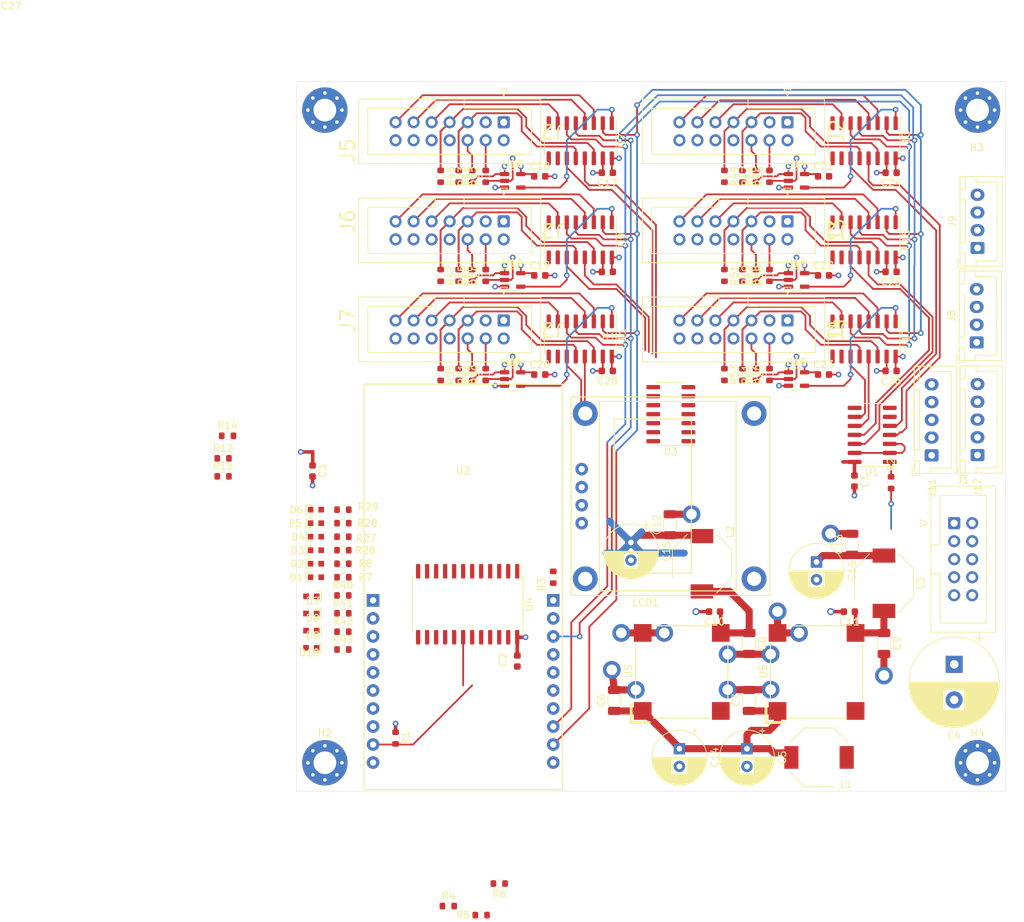
<source format=kicad_pcb>
(kicad_pcb (version 20221018) (generator pcbnew)
  (layers (0 "F.Cu" signal) (1 "In1.Cu" signal) (2 "In2.Cu" signal) (31 "B.Cu" signal) (34 "B.Paste" user) (35 "F.Paste" user) (36 "B.SilkS" user "B.Silkscreen") (37 "F.SilkS" user "F.Silkscreen") (38 "B.Mask" user) (39 "F.Mask" user) (44 "Edge.Cuts" user))
  (net 0 "")
  (net 1 "GND")
  (net 2 "+3.3V")
  (net 3 "Net-(U5-+VIn)")
  (net 4 "+9V")
  (net 5 "Net-(R2-Pad2)")
  (net 6 "Net-(U1-Pad13)")
  (net 7 "Net-(U5-+VOut)")
  (net 8 "Net-(U6-+VOut)")
  (net 9 "Net-(D1-A)")
  (net 10 "Net-(D2-A)")
  (net 11 "Net-(D3-A)")
  (net 12 "Net-(D4-A)")
  (net 13 "Net-(D5-A)")
  (net 14 "Net-(D6-A)")
  (net 15 "Net-(D7-K)")
  (net 16 "Net-(D8-K)")
  (net 17 "Net-(D9-K)")
  (net 18 "Net-(D10-K)")
  (net 19 "Net-(R3-Pad2)")
  (net 22 "+5V")
  (net 23 "Net-(J11-Pin_3)")
  (net 24 "/ESP1/~{CS_2}")
  (net 25 "/ESP1/~{CS_1}")
  (net 26 "/ESP1/SCLK")
  (net 27 "/ESP1/MISO")
  (net 28 "/ESP1/MOSI")
  (net 29 "/ESP1/IRQ_2")
  (net 30 "/ESP1/IRQ_1")
  (net 31 "/ESP1/~{CS_4}")
  (net 32 "/ESP1/~{CS_3}")
  (net 33 "/ESP1/IRQ_4")
  (net 34 "/ESP1/IRQ_3")
  (net 35 "/ESP1/~{CS_6}")
  (net 36 "/ESP1/~{CS_5}")
  (net 37 "/ESP1/IRQ_6")
  (net 38 "/ESP1/IRQ_5")
  (net 39 "/ESP1/~{CS_8}")
  (net 40 "/ESP1/~{CS_7}")
  (net 41 "/ESP1/IRQ_8")
  (net 42 "/ESP1/IRQ_7")
  (net 43 "/ESP1/~{CS_10}")
  (net 44 "/ESP1/~{CS_9}")
  (net 45 "/ESP1/IRQ_10")
  (net 46 "/ESP1/IRQ_9")
  (net 47 "/ESP1/~{CS_12}")
  (net 48 "/ESP1/~{CS_11}")
  (net 49 "/ESP1/IRQ_12")
  (net 50 "/ESP1/IRQ_11")
  (net 51 "Net-(U3-Pad1)")
  (net 52 "Net-(J11-Pin_4)")
  (net 53 "Net-(U2-GPIO36{slash}U1RXD)")
  (net 54 "Net-(U2-GPIO39)")
  (net 55 "Net-(U4-S0)")
  (net 56 "Net-(U4-S1)")
  (net 57 "Net-(U4-S2)")
  (net 58 "Net-(U4-S3)")
  (net 59 "Net-(U4-S4)")
  (net 60 "Net-(U4-S5)")
  (net 61 "Net-(U4-S6)")
  (net 62 "Net-(U4-S7)")
  (net 63 "Net-(U4-S8)")
  (net 64 "Net-(U4-S10)")
  (net 65 "Net-(U4-S11)")
  (net 66 "Net-(U4-S12)")
  (net 67 "Net-(U4-S13)")
  (net 68 "/ESP1/CS_EN")
  (net 69 "/ESP1/CS_A0")
  (net 70 "/ESP1/CS_A1")
  (net 71 "/ESP1/CS_A2")
  (net 72 "/ESP1/CS_A3")
  (net 73 "Net-(U4-S14)")
  (net 74 "Net-(U4-S15)")
  (net 75 "Net-(U13-O6b)")
  (net 76 "Net-(U13-O5b)")
  (net 77 "Net-(U17-O5b)")
  (net 78 "Net-(U17-O6b)")
  (net 79 "Net-(U15-O5b)")
  (net 80 "Net-(U15-O6b)")
  (net 86 "Net-(U7-O6b)")
  (net 87 "Net-(U7-O5b)")
  (net 88 "Net-(U11-O5b)")
  (net 89 "Net-(U11-O6b)")
  (net 90 "Net-(U9-O5b)")
  (net 91 "Net-(U9-O6b)")
  (net 94 "Net-(U7-OEa)")
  (net 96 "Net-(U9-OEa)")
  (net 98 "Net-(U11-OEa)")
  (net 100 "Net-(U13-OEa)")
  (net 102 "Net-(U15-OEa)")
  (net 104 "Net-(U17-OEa)")
  (net 106 "/ESP1/MOSI_1")
  (net 107 "/ESP1/MISO_1")
  (net 108 "/ESP1/SCLK_1")
  (net 109 "/ESP1/MOSI_2")
  (net 110 "/ESP1/MISO_2")
  (net 111 "/ESP1/SCLK_2")
  (net 112 "/ESP1/MOSI_3")
  (net 113 "/ESP1/MISO_3")
  (net 114 "/ESP1/SCLK_3")
  (net 115 "/ESP1/MOSI_4")
  (net 116 "/ESP1/MISO_4")
  (net 117 "/ESP1/SCLK_4")
  (net 118 "/ESP1/MOSI_5")
  (net 119 "/ESP1/MISO_5")
  (net 120 "/ESP1/SCLK_5")
  (net 121 "/ESP1/MOSI_6")
  (net 122 "/ESP1/MISO_6")
  (net 123 "/ESP1/SCLK_6")
  (net 124 "Net-(U4-S9)")
  (net 125 "Net-(J8-Pin_2)")
  (footprint "Capacitor_SMD:C_0603_1608Metric" (layer "F.Cu") (at 118.653 96.284 -90)
    (fp_text reference "C1")
    (fp_text value "0.1 uF")
  )
  (footprint "Connector_IDC:IDC-Header_2x05_P2.54mm_Vertical" (layer "F.Cu") (at 132.71 102.23)
    (fp_text reference "J1")
    (fp_text value "Conn_02x05_Odd_Even")
  )
  (footprint "Package_SO:SOIC-24W_7.5x15.4mm_P1.27mm" (layer "F.Cu") (at 64.13 113.66 -90)
    (fp_text reference "U4")
    (fp_text value "74HC154")
  )
  (footprint "MountingHole:MountingHole_3.2mm_M3_Pad_Via" (layer "F.Cu") (at 44 44)
    (fp_text reference "H1")
    (fp_text value "MountingHole")
  )
  (footprint "MountingHole:MountingHole_3.2mm_M3_Pad_Via" (layer "F.Cu") (at 44 136)
    (fp_text reference "H2")
    (fp_text value "MountingHole")
  )
  (footprint "MountingHole:MountingHole_3.2mm_M3_Pad_Via" (layer "F.Cu") (at 136 44)
    (fp_text reference "H3")
    (fp_text value "MountingHole")
  )
  (footprint "MountingHole:MountingHole_3.2mm_M3_Pad_Via" (layer "F.Cu") (at 136 136)
    (fp_text reference "H4")
    (fp_text value "MountingHole")
  )
  (footprint "Resistor_SMD:R_0603_1608Metric" (layer "F.Cu") (at 76.195 109.85 90)
    (fp_text reference "R3")
    (fp_text value "330R")
  )
  (footprint "Resistor_SMD:R_0603_1608Metric" (layer "F.Cu") (at 53.97 132.52 -90)
    (fp_text reference "R1")
    (fp_text value "10K")
  )
  (footprint "Capacitor_SMD:C_1206_3216Metric" (layer "F.Cu") (at 84.81 127.2125 90)
    (fp_text reference "C6")
    (fp_text value "10 uF, 35V")
  )
  (footprint "Capacitor_SMD:C_1206_3216Metric" (layer "F.Cu") (at 103.81 127.2125 90)
    (fp_text reference "C7")
    (fp_text value "10 uF, 35V")
  )
  (footprint "Capacitor_SMD:C_1206_3216Metric" (layer "F.Cu") (at 103.81 119.1875 -90)
    (fp_text reference "C8")
    (fp_text value "22 uF")
  )
  (footprint "Capacitor_SMD:C_1206_3216Metric" (layer "F.Cu") (at 122.81 119.1875 -90)
    (fp_text reference "C9")
    (fp_text value "22 uF")
  )
  (footprint "Capacitor_SMD:C_0603_1608Metric" (layer "F.Cu") (at 98.935 114.7 180)
    (fp_text reference "C10")
    (fp_text value "0.1 uF")
  )
  (footprint "Capacitor_SMD:C_0603_1608Metric" (layer "F.Cu") (at 117.935 114.7 180)
    (fp_text reference "C11")
    (fp_text value "0.1 uF")
  )
  (footprint "custom:VXO78x-500-M" (layer "F.Cu") (at 113.31 123.2 90)
    (fp_text reference "U6")
    (fp_text value "VXO7803-500-M")
  )
  (footprint "Connector_IDC:IDC-Header_2x07_P2.54mm_Vertical" (layer "F.Cu") (at 109.215 59.685 -90)
    (fp_text reference "J3")
    (fp_text value "Conn_02x07_Odd_Even")
  )
  (footprint "Connector_IDC:IDC-Header_2x07_P2.54mm_Vertical" (layer "F.Cu") (at 109.215 73.655 -90)
    (fp_text reference "J4")
    (fp_text value "Conn_02x07_Odd_Even")
  )
  (footprint "Connector_IDC:IDC-Header_2x07_P2.54mm_Vertical" (layer "F.Cu") (at 69.21 73.655 -90)
    (fp_text reference "J7")
    (fp_text value "Conn_02x07_Odd_Even")
  )
  (footprint "Connector_IDC:IDC-Header_2x07_P2.54mm_Vertical" (layer "F.Cu") (at 69.21 59.685 -90)
    (fp_text reference "J6")
    (fp_text value "Conn_02x07_Odd_Even")
  )
  (footprint "Connector_IDC:IDC-Header_2x07_P2.54mm_Vertical" (layer "F.Cu") (at 69.21 45.715 -90)
    (fp_text reference "J5")
    (fp_text value "Conn_02x07_Odd_Even")
  )
  (footprint "Capacitor_THT:CP_Radial_D7.5mm_P2.50mm" (layer "F.Cu") (at 93.975 134.02 -90)
    (fp_text reference "C14")
    (fp_text value "CP1")
  )
  (footprint "Capacitor_THT:CP_Radial_D12.5mm_P5.00mm" (layer "F.Cu") (at 132.71 122.131041 -90)
    (fp_text reference "C4")
    (fp_text value "CP1")
  )
  (footprint "Capacitor_THT:CP_Radial_D7.5mm_P2.50mm" (layer "F.Cu") (at 103.5 134.02 -90)
    (fp_text reference "C5")
    (fp_text value "CP1")
  )
  (footprint "Inductor_SMD:L_Bourns-SRU8028_8.0x8.0mm" (layer "F.Cu") (at 113.66 135.25 180)
    (fp_text reference "L1")
    (fp_text value "47 uH")
  )
  (footprint "custom:VXO78x-500-M" (layer "F.Cu") (at 94.31 123.2 90)
    (fp_text reference "U5")
    (fp_text value "VXO7805-500-M")
  )
  (footprint "Capacitor_SMD:C_1206_3216Metric" (layer "F.Cu") (at 92.65 102.445 90)
    (fp_text reference "C12")
    (fp_text value "22 uF")
  )
  (footprint "Inductor_SMD:L_Bourns-SRU8028_8.0x8.0mm" (layer "F.Cu") (at 97.15 107.945 90)
    (fp_text reference "L2")
    (fp_text value "47 uH")
  )
  (footprint "Capacitor_THT:CP_Radial_D7.5mm_P2.50mm" (layer "F.Cu") (at 87.15 104.945 -90)
    (fp_text reference "C15")
    (fp_text value "CP1")
  )
  (footprint "Capacitor_THT:CP_Radial_D7.5mm_P2.50mm" (layer "F.Cu") (at 113.31 107.7 -90)
    (fp_text reference "C16")
    (fp_text value "CP1")
  )
  (footprint "Inductor_SMD:L_Bourns-SRU8028_8.0x8.0mm" (layer "F.Cu") (at 122.81 110.7 90)
    (fp_text reference "L3")
    (fp_text value "47 uH")
  )
  (footprint "Capacitor_SMD:C_1206_3216Metric" (layer "F.Cu") (at 118.31 105.2 90)
    (fp_text reference "C13")
    (fp_text value "22 uF")
  )
  (footprint "Connector_IDC:IDC-Header_2x07_P2.54mm_Vertical" (layer "F.Cu") (at 109.215 45.715 -90)
    (fp_text reference "J2")
    (fp_text value "Conn_02x07_Odd_Even")
  )
  (footprint "Capacitor_SMD:C_0603_1608Metric" (layer "F.Cu") (at 42.261 94.875 -90)
    (fp_text reference "C3")
    (fp_text value "0.1 uF")
  )
  (footprint "Capacitor_SMD:C_0603_1608Metric" (layer "F.Cu") (at 71.13 121.66 -90)
    (fp_text reference "C2")
    (fp_text value "0.1 uF")
  )
  (footprint "Resistor_SMD:R_0603_1608Metric" (layer "F.Cu") (at 61.4 156.205)
    (fp_text reference "R4")
    (fp_text value "2.2K")
  )
  (footprint "Resistor_SMD:R_0603_1608Metric" (layer "F.Cu") (at 66.035 157.475 180)
    (fp_text reference "R5")
    (fp_text value "2.2K")
  )
  (footprint "Package_SO:SOIC-14_3.9x8.7mm_P1.27mm" (layer "F.Cu") (at 92.767 86.863 180)
    (fp_text reference "U3")
    (fp_text value "4072")
  )
  (footprint "custom:12864-DISP-I2C" (layer "F.Cu") (at 80.205 98.42 90)
    (fp_text reference "LCD1")
    (fp_text value "0.96\"-SSD1306-DISP-I2C")
  )
  (footprint "Energy Monitor - ESP32 PCB:ESP32-POE" (layer "F.Cu") (at 63.495 82.6325 180)
    (fp_text reference "U2")
    (fp_text value "ESP32-POE Module")
  )
  (footprint "Package_SO:SOIC-14_3.9x8.7mm_P1.27mm" (layer "F.Cu") (at 121.153 89.784 180)
    (fp_text reference "U1")
    (fp_text value "4072")
  )
  (footprint "Resistor_SMD:R_0603_1608Metric" (layer "F.Cu") (at 123.82 96.515 90)
    (fp_text reference "R2")
    (fp_text value "330R")
  )
  (footprint "Connector_JST:JST_XH_B4B-XH-A_1x04_P2.50mm_Vertical" (layer "F.Cu") (at 135.885 76.75 90)
    (fp_text reference "J8")
    (fp_text value "Conn_01x04")
  )
  (footprint "Connector_JST:JST_XH_B4B-XH-A_1x04_P2.50mm_Vertical" (layer "F.Cu") (at 135.995 63.435 90)
    (fp_text reference "J9")
    (fp_text value "Conn_01x04")
  )
  (footprint "Resistor_SMD:R_0603_1608Metric" (layer "F.Cu") (at 68.575 153.03 180)
    (fp_text reference "R6")
    (fp_text value "10K")
  )
  (footprint "Connector_JST:JST_XH_B5B-XH-A_1x05_P2.50mm_Vertical" (layer "F.Cu") (at 129.535 92.665 90)
    (fp_text reference "J11")
    (fp_text value "Conn_01x05")
  )
  (footprint "Connector_JST:JST_XH_B5B-XH-A_1x05_P2.50mm_Vertical" (layer "F.Cu") (at 135.995 92.625 90)
    (fp_text reference "J12")
    (fp_text value "Conn_01x05")
  )
  (footprint "custom:CHIPLED_0603" (layer "F.Cu") (at 42.73 100.325 90)
    (fp_text reference "D6")
    (fp_text value "LED" hide)
  )
  (footprint "Resistor_SMD:R_0603_1608Metric" (layer "F.Cu") (at 46.54 102.23 180)
    (fp_text reference "R28")
    (fp_text value "1K")
  )
  (footprint "Package_SO:SOIC-16_3.9x9.9mm_P1.27mm" (layer "F.Cu") (at 120.01 62.29 -90)
    (fp_text reference "U15")
    (fp_text value "74LS367")
  )
  (footprint "Package_SO:SOIC-16_3.9x9.9mm_P1.27mm" (layer "F.Cu") (at 80.005 48.32 -90)
    (fp_text reference "U7")
    (fp_text value "74LS367")
  )
  (footprint "Package_TO_SOT_SMD:SOT-23-5" (layer "F.Cu") (at 110.485 53.97)
    (fp_text reference "U14")
    (fp_text value "74AHC1G08")
  )
  (footprint "Resistor_SMD:R_0603_1608Metric" (layer "F.Cu") (at 104.77 53.335 90)
    (fp_text reference "R17")
    (fp_text value "100R")
  )
  (footprint "Capacitor_SMD:C_0603_1608Metric" (layer "F.Cu") (at 74.29 67.305)
    (fp_text reference "C19")
    (fp_text value "0.1 uF")
  )
  (footprint "Resistor_SMD:R_0603_1608Metric" (layer "F.Cu") (at 46.54 104.135 180)
    (fp_text reference "R27")
    (fp_text value "1K")
  )
  (footprint "Package_SO:SOIC-16_3.9x9.9mm_P1.27mm" (layer "F.Cu") (at 120.01 76.26 -90)
    (fp_text reference "U17")
    (fp_text value "74LS367")
  )
  (footprint "Resistor_SMD:R_0603_1608Metric" (layer "F.Cu") (at 46.54 117.53)
    (fp_text reference "R42")
    (fp_text value "1K")
  )
  (footprint "Resistor_SMD:R_0603_1608Metric" (layer "F.Cu") (at 64.765 81.275 90)
    (fp_text reference "R31")
    (fp_text value "100R")
  )
  (footprint "Resistor_SMD:R_0603_1608Metric" (layer "F.Cu") (at 100.325 81.275 -90)
    (fp_text reference "R53")
    (fp_text value "22K")
  )
  (footprint "Resistor_SMD:R_0603_1608Metric" (layer "F.Cu") (at 62.86 81.275 -90)
    (fp_text reference "R34")
    (fp_text value "22K")
  )
  (footprint "Resistor_SMD:R_0603_1608Metric" (layer "F.Cu") (at 102.865 67.305 -90)
    (fp_text reference "R50")
    (fp_text value "22K")
  )
  (footprint "Capacitor_SMD:C_0603_1608Metric" (layer "F.Cu") (at 123.82 80.767 180)
    (fp_text reference "C26")
    (fp_text value "0.1 uF")
  )
  (footprint "Package_TO_SOT_SMD:SOT-23-5" (layer "F.Cu") (at 70.48 53.97)
    (fp_text reference "U10")
    (fp_text value "74AHC1G08")
  )
  (footprint "Package_SO:SOIC-16_3.9x9.9mm_P1.27mm" (layer "F.Cu") (at 80.005 76.26 -90)
    (fp_text reference "U11")
    (fp_text value "74LS367")
  )
  (footprint "custom:CHIPLED_0603" (layer "F.Cu") (at 42.095 117.38 -90)
    (fp_text reference "D9")
    (fp_text value "LED" hide)
  )
  (footprint "Resistor_SMD:R_0603_1608Metric" (layer "F.Cu") (at 62.86 53.335 -90)
    (fp_text reference "R44")
    (fp_text value "22K")
  )
  (footprint "custom:CHIPLED_0603" (layer "F.Cu") (at 42.095 119.8 -90)
    (fp_text reference "D10")
    (fp_text value "LED" hide)
  )
  (footprint "Resistor_SMD:R_0603_1608Metric" (layer "F.Cu") (at 102.865 53.335 -90)
    (fp_text reference "R48")
    (fp_text value "22K")
  )
  (footprint "Resistor_SMD:R_0603_1608Metric" (layer "F.Cu") (at 29.65 95.626)
    (fp_text reference "R15")
    (fp_text value "49.9K")
  )
  (footprint "custom:CHIPLED_0603" (layer "F.Cu") (at 42.095 114.96 -90)
    (fp_text reference "D8")
    (fp_text value "LED" hide)
  )
  (footprint "Resistor_SMD:R_0603_1608Metric" (layer "F.Cu") (at 46.54 107.945 180)
    (fp_text reference "R8")
    (fp_text value "1K")
  )
  (footprint "Resistor_SMD:R_0603_1608Metric" (layer "F.Cu") (at 46.54 100.325 180)
    (fp_text reference "R29")
    (fp_text value "1K")
  )
  (footprint "Resistor_SMD:R_0603_1608Metric" (layer "F.Cu") (at 60.32 81.275 -90)
    (fp_text reference "R35")
    (fp_text value "22K")
  )
  (footprint "Resistor_SMD:R_0603_1608Metric" (layer "F.Cu") (at 100.325 67.305 -90)
    (fp_text reference "R51")
    (fp_text value "22K")
  )
  (footprint "custom:CHIPLED_0603" (layer "F.Cu") (at 42.73 102.23 90)
    (fp_text reference "D5")
    (fp_text value "LED" hide)
  )
  (footprint "Capacitor_SMD:C_0603_1608Metric" (layer "F.Cu") (at 83.815 66.797 180)
    (fp_text reference "C27")
    (fp_text value "0.1 uF")
  )
  (footprint "Resistor_SMD:R_0603_1608Metric" (layer "F.Cu") (at 46.54 112.42)
    (fp_text reference "R40")
    (fp_text value "1K")
  )
  (footprint "Resistor_SMD:R_0603_1608Metric" (layer "F.Cu") (at 46.54 120.04)
    (fp_text reference "R43")
    (fp_text value "1K")
  )
  (footprint "Resistor_SMD:R_0603_1608Metric" (layer "F.Cu") (at 46.54 109.85 180)
    (fp_text reference "R7")
    (fp_text value "1K")
  )
  (footprint "custom:CHIPLED_0603" (layer "F.Cu") (at 42.73 104.135 90)
    (fp_text reference "D4")
    (fp_text value "LED" hide)
  )
  (footprint "Resistor_SMD:R_0603_1608Metric" (layer "F.Cu") (at 104.77 81.275 90)
    (fp_text reference "R21")
    (fp_text value "100R")
  )
  (footprint "Capacitor_SMD:C_0603_1608Metric" (layer "F.Cu") (at 114.295 81.275)
    (fp_text reference "C23")
    (fp_text value "0.1 uF")
  )
  (footprint "Resistor_SMD:R_0603_1608Metric" (layer "F.Cu") (at 60.32 67.305 -90)
    (fp_text reference "R47")
    (fp_text value "22K")
  )
  (footprint "Package_SO:SOIC-16_3.9x9.9mm_P1.27mm" (layer "F.Cu") (at 80.005 62.29 -90)
    (fp_text reference "U9")
    (fp_text value "74LS367")
  )
  (footprint "Capacitor_SMD:C_0603_1608Metric" (layer "F.Cu") (at 74.29 81.275)
    (fp_text reference "C20")
    (fp_text value "0.1 uF")
  )
  (footprint "Resistor_SMD:R_0603_1608Metric" (layer "F.Cu") (at 100.325 53.335 -90)
    (fp_text reference "R49")
    (fp_text value "22K")
  )
  (footprint "Resistor_SMD:R_0603_1608Metric" (layer "F.Cu") (at 106.675 53.335 90)
    (fp_text reference "R16")
    (fp_text value "100R")
  )
  (footprint "Capacitor_SMD:C_0603_1608Metric" (layer "F.Cu") (at 74.29 53.335)
    (fp_text reference "C18")
    (fp_text value "0.1 uF")
  )
  (footprint "Resistor_SMD:R_0603_1608Metric" (layer "F.Cu") (at 62.86 67.305 -90)
    (fp_text reference "R46")
    (fp_text value "22K")
  )
  (footprint "Resistor_SMD:R_0603_1608Metric" (layer "F.Cu") (at 46.54 106.04 180)
    (fp_text reference "R26")
    (fp_text value "1K")
  )
  (footprint "Resistor_SMD:R_0603_1608Metric" (layer "F.Cu") (at 66.67 53.335 90)
    (fp_text reference "R22")
    (fp_text value "100R")
  )
  (footprint "Capacitor_SMD:C_0603_1608Metric" (layer "F.Cu") (at 83.815 80.767 180)
    (fp_text reference "C28")
    (fp_text value "0.1 uF")
  )
  (footprint "Resistor_SMD:R_0603_1608Metric" (layer "F.Cu") (at 64.765 53.335 90)
    (fp_text reference "R23")
    (fp_text value "100R")
  )
  (footprint "Resistor_SMD:R_0603_1608Metric" (layer "F.Cu") (at 66.67 67.305 90)
    (fp_text reference "R24")
    (fp_text value "100R")
  )
  (footprint "Package_TO_SOT_SMD:SOT-23-5" (layer "F.Cu") (at 70.48 81.91)
    (fp_text reference "U8")
    (fp_text value "74AHC1G08")
  )
  (footprint "custom:CHIPLED_0603" (layer "F.Cu") (at 42.73 107.945 90)
    (fp_text reference "D2")
    (fp_text value "LED" hide)
  )
  (footprint "Capacitor_SMD:C_0603_1608Metric" (layer "F.Cu") (at 114.295 67.305)
    (fp_text reference "C22")
    (fp_text value "0.1 uF")
  )
  (footprint "Resistor_SMD:R_0603_1608Metric" (layer "F.Cu") (at 66.67 81.275 90)
    (fp_text reference "R30")
    (fp_text value "100R")
  )
  (footprint "Capacitor_SMD:C_0603_1608Metric" (layer "F.Cu") (at 83.815 52.827 180)
    (fp_text reference "C17")
    (fp_text value "0.1 uF")
  )
  (footprint "Resistor_SMD:R_0603_1608Metric" (layer "F.Cu") (at 60.32 53.335 -90)
    (fp_text reference "R45")
    (fp_text value "22K")
  )
  (footprint "Resistor_SMD:R_0603_1608Metric" (layer "F.Cu") (at 46.54 114.93)
    (fp_text reference "R41")
    (fp_text value "1K")
  )
  (footprint "Package_TO_SOT_SMD:SOT-23-5" (layer "F.Cu") (at 70.48 67.94)
    (fp_text reference "U12")
    (fp_text value "74AHC1G08")
  )
  (footprint "custom:CHIPLED_0603" (layer "F.Cu") (at 42.73 109.85 90)
    (fp_text reference "D1")
    (fp_text value "LED" hide)
  )
  (footprint "Resistor_SMD:R_0603_1608Metric" (layer "F.Cu") (at 106.675 81.275 90)
    (fp_text reference "R20")
    (fp_text value "100R")
  )
  (footprint "Resistor_SMD:R_0603_1608Metric" (layer "F.Cu") (at 106.675 67.305 90)
    (fp_text reference "R18")
    (fp_text value "100R")
  )
  (footprint "custom:CHIPLED_0603" (layer "F.Cu") (at 42.095 112.54 -90)
    (fp_text reference "D7")
    (fp_text value "LED" hide)
  )
  (footprint "Package_TO_SOT_SMD:SOT-23-5" (layer "F.Cu") (at 110.485 81.91)
    (fp_text reference "U18")
    (fp_text value "74AHC1G08")
  )
  (footprint "Resistor_SMD:R_0603_1608Metric" (layer "F.Cu") (at 102.865 81.275 -90)
    (fp_text reference "R52")
    (fp_text value "22K")
  )
  (footprint "Resistor_SMD:R_0603_1608Metric" (layer "F.Cu") (at 104.77 67.305 90)
    (fp_text reference "R19")
    (fp_text value "100R")
  )
  (footprint "Capacitor_SMD:C_0603_1608Metric" (layer "F.Cu") (at 114.295 53.335)
    (fp_text reference "C21")
    (fp_text value "0.1 uF")
  )
  (footprint "Resistor_SMD:R_0603_1608Metric" (layer "F.Cu") (at 29.65 93.086)
    (fp_text reference "R13")
    (fp_text value "49.9K")
  )
  (footprint "Resistor_SMD:R_0603_1608Metric" (layer "F.Cu") (at 30.285 89.911)
    (fp_text reference "R14")
    (fp_text value "49.9K")
  )
  (footprint "Package_SO:SOIC-16_3.9x9.9mm_P1.27mm" (layer "F.Cu") (at 120.01 48.32 -90)
    (fp_text reference "U13")
    (fp_text value "74LS367")
  )
  (footprint "custom:CHIPLED_0603" (layer "F.Cu") (at 42.73 106.04 90)
    (fp_text reference "D3")
    (fp_text value "LED" hide)
  )
  (footprint "Resistor_SMD:R_0603_1608Metric" (layer "F.Cu") (at 64.765 67.305 90)
    (fp_text reference "R25")
    (fp_text value "100R")
  )
  (footprint "Capacitor_SMD:C_0603_1608Metric" (layer "F.Cu") (at 123.82 52.827 180)
    (fp_text reference "C24")
    (fp_text value "0.1 uF")
  )
  (footprint "Capacitor_SMD:C_0603_1608Metric" (layer "F.Cu") (at 123.82 66.797 180)
    (fp_text reference "C25")
    (fp_text value "0.1 uF")
  )
  (footprint "Package_TO_SOT_SMD:SOT-23-5" (layer "F.Cu") (at 110.485 67.94)
    (fp_text reference "U16")
    (fp_text value "74AHC1G08")
  )
  (gr_line (start 140 40) (end 40 40) (stroke (width 0.05)) (layer "Edge.Cuts"))
  (gr_line (start 140 140) (end 140 40) (stroke (width 0.05)) (layer "Edge.Cuts"))
  (gr_line (start 40 140) (end 140 140) (stroke (width 0.05)) (layer "Edge.Cuts"))
  (gr_line (start 40 40) (end 40 140) (stroke (width 0.05)) (layer "Edge.Cuts"))
  (gr_text "U14" (at 70.48 51.57) (layer "F.SilkS") (effects (font (size 1 1))))
  (gr_text "J2" (at 76.21 46.985 180) (layer "F.SilkS") (effects (font (size 2 2) (thickness 0.25))))
  (gr_text "U14" (at 70.48 79.51) (layer "F.SilkS") (effects (font (size 1 1))))
  (gr_text "U14" (at 110.485 65.54) (layer "F.SilkS") (effects (font (size 1 1))))
  (gr_text "J2" (at 116.215 74.925 180) (layer "F.SilkS") (effects (font (size 2 2) (thickness 0.25))))
  (gr_text "J2" (at 76.21 74.925 180) (layer "F.SilkS") (effects (font (size 2 2) (thickness 0.25))))
  (gr_text "U14" (at 70.48 65.54) (layer "F.SilkS") (effects (font (size 1 1))))
  (gr_text "J2" (at 76.21 60.955 180) (layer "F.SilkS") (effects (font (size 2 2) (thickness 0.25))))
  (gr_text "J2" (at 116.215 60.955 180) (layer "F.SilkS") (effects (font (size 2 2) (thickness 0.25))))
  (gr_text "U14" (at 110.485 79.51) (layer "F.SilkS") (effects (font (size 1 1))))
  (segment (start 115.81 114.7) (end 115.81 114.7) (width 0.5) (layer "F.Cu") (net 1))
  (segment (start 98.06 114.7) (end 96.31 114.7) (width 0.5) (layer "F.Cu") (net 1))
  (segment (start 118.31 103.7) (end 115.285 103.7) (width 1) (layer "F.Cu") (net 1))
  (segment (start 42.261 95.75) (end 42.261 96.915) (width 0.5) (layer "F.Cu") (net 1))
  (segment (start 118.653 97.159) (end 118.653 98.324) (width 0.5) (layer "F.Cu") (net 1))
  (segment (start 92.65 100.97) (end 95.675 100.97) (width 1) (layer "F.Cu") (net 1))
  (segment (start 123.185 78.735) (end 123.185 80.627) (width 0.25) (layer "F.Cu") (net 1))
  (segment (start 83.18 64.765) (end 83.18 66.657) (width 0.25) (layer "F.Cu") (net 1))
  (segment (start 84.81 125.725) (end 87.835 125.725) (width 1) (layer "F.Cu") (net 1))
  (segment (start 69.3425 54.92) (end 68.012 54.92) (width 0.25) (layer "F.Cu") (net 1))
  (segment (start 117.06 114.7) (end 115.31 114.7) (width 0.5) (layer "F.Cu") (net 1))
  (segment (start 69.3425 82.86) (end 68.012 82.86) (width 0.25) (layer "F.Cu") (net 1))
  (segment (start 75.065 67.305) (end 76.3955 67.305) (width 0.25) (layer "F.Cu") (net 1))
  (segment (start 123.185 66.657) (end 123.045 66.797) (width 0.25) (layer "F.Cu") (net 1))
  (segment (start 123.045 80.767) (end 121.788 80.767) (width 0.25) (layer "F.Cu") (net 1))
  (segment (start 103.81 125.7) (end 100.785 125.7) (width 1) (layer "F.Cu") (net 1))
  (segment (start 123.185 64.765) (end 123.185 66.657) (width 0.25) (layer "F.Cu") (net 1))
  (segment (start 123.185 50.795) (end 123.185 52.687) (width 0.25) (layer "F.Cu") (net 1))
  (segment (start 75.065 53.335) (end 76.3955 53.335) (width 0.25) (layer "F.Cu") (net 1))
  (segment (start 123.045 66.797) (end 121.788 66.797) (width 0.25) (layer "F.Cu") (net 1))
  (segment (start 109.3475 68.89) (end 108.017 68.89) (width 0.25) (layer "F.Cu") (net 1))
  (segment (start 83.18 80.627) (end 83.04 80.767) (width 0.25) (layer "F.Cu") (net 1))
  (segment (start 83.18 78.735) (end 83.18 80.627) (width 0.25) (layer "F.Cu") (net 1))
  (segment (start 83.18 50.795) (end 83.18 52.687) (width 0.25) (layer "F.Cu") (net 1))
  (segment (start 84.81 125.7) (end 84.45 122.9) (width 1) (layer "F.Cu") (net 1))
  (segment (start 103.81 120.7) (end 100.785 120.7) (width 1) (layer "F.Cu") (net 1))
  (segment (start 107.81 117.7) (end 107.81 114.675) (width 1) (layer "F.Cu") (net 1))
  (segment (start 83.04 66.797) (end 81.783 66.797) (width 0.25) (layer "F.Cu") (net 1))
  (segment (start 115.07 67.305) (end 116.4005 67.305) (width 0.25) (layer "F.Cu") (net 1))
  (segment (start 123.045 52.827) (end 121.788 52.827) (width 0.25) (layer "F.Cu") (net 1))
  (segment (start 109.3475 82.86) (end 108.017 82.86) (width 0.25) (layer "F.Cu") (net 1))
  (segment (start 83.04 52.827) (end 81.783 52.827) (width 0.25) (layer "F.Cu") (net 1))
  (segment (start 123.185 52.687) (end 123.045 52.827) (width 0.25) (layer "F.Cu") (net 1))
  (segment (start 88.81 117.7) (end 85.785 117.7) (width 1) (layer "F.Cu") (net 1))
  (segment (start 88.81 117.7) (end 91.835 117.7) (width 1) (layer "F.Cu") (net 1))
  (segment (start 83.18 52.687) (end 83.04 52.827) (width 0.25) (layer "F.Cu") (net 1))
  (segment (start 69.3425 68.89) (end 68.012 68.89) (width 0.25) (layer "F.Cu") (net 1))
  (segment (start 103.81 120.7) (end 106.835 120.7) (width 1) (layer "F.Cu") (net 1))
  (segment (start 122.81 120.675) (end 122.81 123.7) (width 1) (layer "F.Cu") (net 1))
  (segment (start 83.04 80.767) (end 81.783 80.767) (width 0.25) (layer "F.Cu") (net 1))
  (segment (start 103.81 125.7) (end 106.835 125.7) (width 1) (layer "F.Cu") (net 1))
  (segment (start 107.81 117.7) (end 110.835 117.7) (width 1) (layer "F.Cu") (net 1))
  (segment (start 75.065 81.275) (end 76.3955 81.275) (width 0.25) (layer "F.Cu") (net 1))
  (segment (start 83.18 66.657) (end 83.04 66.797) (width 0.25) (layer "F.Cu") (net 1))
  (segment (start 109.3475 54.92) (end 108.017 54.92) (width 0.25) (layer "F.Cu") (net 1))
  (segment (start 123.185 80.627) (end 123.045 80.767) (width 0.25) (layer "F.Cu") (net 1))
  (segment (start 115.07 81.275) (end 116.4005 81.275) (width 0.25) (layer "F.Cu") (net 1))
  (via (at 122.81 123.7) (size 2.5) (drill 1.5) (layers "F.Cu" "B.Cu") (net 1))
  (via (at 84.45 122.9) (size 2.5) (drill 1.5) (layers "F.Cu" "B.Cu") (net 1))
  (via (at 96.31 114.7) (size 1) (drill 0.6) (layers "F.Cu" "B.Cu") (net 1))
  (via (at 115.285 103.7) (size 2.5) (drill 1.5) (layers "F.Cu" "B.Cu") (net 1))
  (via (at 42.261 96.915) (size 0.8) (drill 0.4) (layers "F.Cu" "B.Cu") (net 1))
  (via (at 118.653 98.324) (size 0.8) (drill 0.4) (layers "F.Cu" "B.Cu") (net 1))
  (via (at 95.675 100.97) (size 2.5) (drill 1.5) (layers "F.Cu" "B.Cu") (net 1))
  (via (at 116.406 81.2805) (size 0.8) (drill 0.4) (layers "F.Cu" "B.Cu") (net 1))
  (via (at 108.0115 68.8845) (size 0.8) (drill 0.4) (layers "F.Cu" "B.Cu") (net 1))
  (via (at 81.783 52.827) (size 0.8) (drill 0.4) (layers "F.Cu" "B.Cu") (net 1))
  (via (at 115.31 114.7) (size 1) (drill 0.6) (layers "F.Cu" "B.Cu") (net 1))
  (via (at 108.0115 82.8545) (size 0.8) (drill 0.4) (layers "F.Cu" "B.Cu") (net 1))
  (via (at 87.835 125.725) (size 2.5) (drill 1.5) (layers "F.Cu" "B.Cu") (net 1))
  (via (at 106.835 125.7) (size 2.5) (drill 1.5) (layers "F.Cu" "B.Cu") (net 1))
  (via (at 76.401 53.3405) (size 0.8) (drill 0.4) (layers "F.Cu" "B.Cu") (net 1))
  (via (at 107.81 114.675) (size 2.5) (drill 1.5) (layers "F.Cu" "B.Cu") (net 1))
  (via (at 81.783 66.797) (size 0.8) (drill 0.4) (layers "F.Cu" "B.Cu") (net 1))
  (via (at 68.0065 82.8545) (size 0.8) (drill 0.4) (layers "F.Cu" "B.Cu") (net 1))
  (via (at 68.0065 54.9145) (size 0.8) (drill 0.4) (layers "F.Cu" "B.Cu") (net 1))
  (via (at 76.401 81.2805) (size 0.8) (drill 0.4) (layers "F.Cu" "B.Cu") (net 1))
  (via (at 121.788 80.767) (size 0.8) (drill 0.4) (layers "F.Cu" "B.Cu") (net 1))
  (via (at 121.788 66.797) (size 0.8) (drill 0.4) (layers "F.Cu" "B.Cu") (net 1))
  (via (at 116.406 67.3105) (size 0.8) (drill 0.4) (layers "F.Cu" "B.Cu") (net 1))
  (via (at 100.785 120.7) (size 2.5) (drill 1.5) (layers "F.Cu" "B.Cu") (net 1))
  (via (at 110.835 117.7) (size 2.5) (drill 1.5) (layers "F.Cu" "B.Cu") (net 1))
  (via (at 81.783 80.767) (size 0.8) (drill 0.4) (layers "F.Cu" "B.Cu") (net 1))
  (via (at 85.785 117.7) (size 2.5) (drill 1.5) (layers "F.Cu" "B.Cu") (net 1))
  (via (at 68.0065 68.8845) (size 0.8) (drill 0.4) (layers "F.Cu" "B.Cu") (net 1))
  (via (at 76.401 67.3105) (size 0.8) (drill 0.4) (layers "F.Cu" "B.Cu") (net 1))
  (via (at 121.788 52.827) (size 0.8) (drill 0.4) (layers "F.Cu" "B.Cu") (net 1))
  (via (at 106.835 120.7) (size 2.5) (drill 1.5) (layers "F.Cu" "B.Cu") (net 1))
  (via (at 100.785 125.7) (size 2.5) (drill 1.5) (layers "F.Cu" "B.Cu") (net 1))
  (via (at 108.0115 54.9145) (size 0.8) (drill 0.4) (layers "F.Cu" "B.Cu") (net 1))
  (via (at 91.835 117.7) (size 2.5) (drill 1.5) (layers "F.Cu" "B.Cu") (net 1))
  (segment (start 42.286 92.185) (end 40.621 92.185) (width 0.5) (layer "F.Cu") (net 2))
  (segment (start 53.97 131.645) (end 53.97 130.48) (width 0.5) (layer "F.Cu") (net 2))
  (segment (start 73.48 53.02) (end 73.655 53.195) (width 0.25) (layer "F.Cu") (net 2))
  (segment (start 71.115 118.31) (end 71.115 120.77) (width 0.5) (layer "F.Cu") (net 2))
  (segment (start 111.6225 65.908) (end 111.6225 66.99) (width 0.25) (layer "F.Cu") (net 2))
  (segment (start 73.48 80.96) (end 73.655 81.135) (width 0.25) (layer "F.Cu") (net 2))
  (segment (start 111.6225 53.02) (end 113.485 53.02) (width 0.25) (layer "F.Cu") (net 2))
  (segment (start 111.6225 51.938) (end 111.6225 53.02) (width 0.25) (layer "F.Cu") (net 2))
  (segment (start 84.45 78.735) (end 85.466 78.735) (width 0.25) (layer "F.Cu") (net 2))
  (segment (start 42.286 92.185) (end 42.286 93.975) (width 0.5) (layer "F.Cu") (net 2))
  (segment (start 118.653 95.409) (end 118.653 93.619) (width 0.5) (layer "F.Cu") (net 2))
  (segment (start 71.6175 51.938) (end 71.6175 53.02) (width 0.25) (layer "F.Cu") (net 2))
  (segment (start 114.21 106.8) (end 122.81 106.8) (width 1) (layer "F.Cu") (net 2))
  (segment (start 84.45 64.765) (end 84.45 66.657) (width 0.25) (layer "F.Cu") (net 2))
  (segment (start 71.6175 66.99) (end 73.48 66.99) (width 0.25) (layer "F.Cu") (net 2))
  (segment (start 124.455 78.735) (end 125.471 78.735) (width 0.25) (layer "F.Cu") (net 2))
  (segment (start 84.45 52.687) (end 84.59 52.827) (width 0.25) (layer "F.Cu") (net 2))
  (segment (start 113.485 66.99) (end 113.66 67.165) (width 0.25) (layer "F.Cu") (net 2))
  (segment (start 71.6175 79.878) (end 71.6175 80.96) (width 0.25) (layer "F.Cu") (net 2))
  (segment (start 73.48 66.99) (end 73.655 67.165) (width 0.25) (layer "F.Cu") (net 2))
  (segment (start 84.45 80.627) (end 84.59 80.767) (width 0.25) (layer "F.Cu") (net 2))
  (segment (start 111.6225 80.96) (end 113.485 80.96) (width 0.25) (layer "F.Cu") (net 2))
  (segment (start 124.455 64.765) (end 124.455 66.657) (width 0.25) (layer "F.Cu") (net 2))
  (segment (start 118.653 93.619) (end 118.678 93.594) (width 0.5) (layer "F.Cu") (net 2))
  (segment (start 71.6175 65.908) (end 71.6175 66.99) (width 0.25) (layer "F.Cu") (net 2))
  (segment (start 84.45 50.795) (end 84.45 52.687) (width 0.25) (layer "F.Cu") (net 2))
  (segment (start 113.485 53.02) (end 113.66 53.195) (width 0.25) (layer "F.Cu") (net 2))
  (segment (start 118.678 93.594) (end 117.013 93.594) (width 0.5) (layer "F.Cu") (net 2))
  (segment (start 124.455 50.795) (end 124.455 52.687) (width 0.25) (layer "F.Cu") (net 2))
  (segment (start 71.115 118.31) (end 72.28 118.31) (width 0.5) (layer "F.Cu") (net 2))
  (segment (start 113.31 107.7) (end 114.21 106.8) (width 1) (layer "F.Cu") (net 2))
  (segment (start 124.455 64.765) (end 125.471 64.765) (width 0.25) (layer "F.Cu") (net 2))
  (segment (start 71.6175 53.02) (end 73.48 53.02) (width 0.25) (layer "F.Cu") (net 2))
  (segment (start 124.455 80.627) (end 124.595 80.767) (width 0.25) (layer "F.Cu") (net 2))
  (segment (start 84.45 66.657) (end 84.59 66.797) (width 0.25) (layer "F.Cu") (net 2))
  (segment (start 71.6175 80.96) (end 73.48 80.96) (width 0.25) (layer "F.Cu") (net 2))
  (segment (start 113.485 80.96) (end 113.66 81.135) (width 0.25) (layer "F.Cu") (net 2))
  (segment (start 124.455 78.735) (end 124.455 80.627) (width 0.25) (layer "F.Cu") (net 2))
  (segment (start 124.455 66.657) (end 124.595 66.797) (width 0.25) (layer "F.Cu") (net 2))
  (segment (start 111.6225 66.99) (end 113.485 66.99) (width 0.25) (layer "F.Cu") (net 2))
  (segment (start 111.6225 79.878) (end 111.6225 80.96) (width 0.25) (layer "F.Cu") (net 2))
  (segment (start 124.455 52.687) (end 124.595 52.827) (width 0.25) (layer "F.Cu") (net 2))
  (segment (start 84.45 50.795) (end 85.466 50.795) (width 0.25) (layer "F.Cu") (net 2))
  (segment (start 42.286 93.975) (end 42.261 94) (width 0.5) (layer "F.Cu") (net 2))
  (segment (start 84.45 78.735) (end 84.45 80.627) (width 0.25) (layer "F.Cu") (net 2))
  (segment (start 84.45 64.765) (end 85.466 64.765) (width 0.25) (layer "F.Cu") (net 2))
  (segment (start 124.455 50.795) (end 125.471 50.795) (width 0.25) (layer "F.Cu") (net 2))
  (via (at 40.621 92.185) (size 0.8) (drill 0.4) (layers "F.Cu" "B.Cu") (net 2))
  (via (at 53.97 130.48) (size 0.8) (drill 0.4) (layers "F.Cu" "B.Cu") (net 2))
  (via (at 85.466 50.795) (size 0.8) (drill 0.4) (layers "F.Cu" "B.Cu") (net 2))
  (via (at 71.6175 79.878) (size 0.8) (drill 0.4) (layers "F.Cu" "B.Cu") (net 2))
  (via (at 72.28 118.31) (size 0.8) (drill 0.4) (layers "F.Cu" "B.Cu") (net 2))
  (via (at 85.466 64.765) (size 0.8) (drill 0.4) (layers "F.Cu" "B.Cu") (net 2))
  (via (at 125.471 78.735) (size 0.8) (drill 0.4) (layers "F.Cu" "B.Cu") (net 2))
  (via (at 111.6225 51.938) (size 0.8) (drill 0.4) (layers "F.Cu" "B.Cu") (net 2))
  (via (at 111.6225 65.908) (size 0.8) (drill 0.4) (layers "F.Cu" "B.Cu") (net 2))
  (via (at 71.6175 51.938) (size 0.8) (drill 0.4) (layers "F.Cu" "B.Cu") (net 2))
  (via (at 125.471 50.795) (size 0.8) (drill 0.4) (layers "F.Cu" "B.Cu") (net 2))
  (via (at 85.466 78.735) (size 0.8) (drill 0.4) (layers "F.Cu" "B.Cu") (net 2))
  (via (at 111.6225 79.878) (size 0.8) (drill 0.4) (layers "F.Cu" "B.Cu") (net 2))
  (via (at 71.6175 65.908) (size 0.8) (drill 0.4) (layers "F.Cu" "B.Cu") (net 2))
  (via (at 125.471 64.765) (size 0.8) (drill 0.4) (layers "F.Cu" "B.Cu") (net 2))
  (segment (start 103.5 134.02) (end 103.5 132.075) (width 1) (layer "F.Cu") (net 3))
  (segment (start 106.675 131.44) (end 107.81 130.305) (width 1) (layer "F.Cu") (net 3))
  (segment (start 107.31 134.615) (end 109.125 134.615) (width 1) (layer "F.Cu") (net 3))
  (segment (start 106.715 134.02) (end 107.31 134.615) (width 1) (layer "F.Cu") (net 3))
  (segment (start 109.125 134.615) (end 109.76 135.25) (width 1) (layer "F.Cu") (net 3))
  (segment (start 84.81 128.7) (end 88.81 128.7) (width 1) (layer "F.Cu") (net 3))
  (segment (start 107.81 130.305) (end 107.81 128.7) (width 1) (layer "F.Cu") (net 3))
  (segment (start 103.81 128.7) (end 107.81 128.7) (width 1) (layer "F.Cu") (net 3))
  (segment (start 104.135 131.44) (end 106.675 131.44) (width 1) (layer "F.Cu") (net 3))
  (segment (start 103.5 134.02) (end 94.13 134.02) (width 1) (layer "F.Cu") (net 3))
  (segment (start 94.13 134.02) (end 88.81 128.7) (width 1) (layer "F.Cu") (net 3))
  (segment (start 103.5 134.02) (end 106.715 134.02) (width 1) (layer "F.Cu") (net 3))
  (segment (start 103.5 132.075) (end 104.135 131.44) (width 1) (layer "F.Cu") (net 3))
  (segment (start 123.82 95.69) (end 123.82 93.786) (width 0.25) (layer "F.Cu") (net 5))
  (segment (start 123.82 93.786) (end 123.628 93.594) (width 0.25) (layer "F.Cu") (net 5))
  (segment (start 125.725 91.943) (end 125.725 91.435) (width 0.25) (layer "F.Cu") (net 6))
  (segment (start 125.344 92.324) (end 125.725 91.943) (width 0.25) (layer "F.Cu") (net 6))
  (segment (start 125.344 91.054) (end 125.725 91.435) (width 0.25) (layer "F.Cu") (net 6))
  (segment (start 125.344 91.054) (end 123.628 91.054) (width 0.25) (layer "F.Cu") (net 6))
  (segment (start 118.678 92.324) (end 125.344 92.324) (width 0.25) (layer "F.Cu") (net 6))
  (segment (start 101.055 111.845) (end 97.15 111.845) (width 1) (layer "F.Cu") (net 7))
  (segment (start 103.81 114.6) (end 101.055 111.845) (width 1) (layer "F.Cu") (net 7))
  (segment (start 99.81 114.7) (end 99.81 117.7) (width 0.5) (layer "F.Cu") (net 7))
  (segment (start 103.81 117.7) (end 103.81 114.6) (width 1) (layer "F.Cu") (net 7))
  (segment (start 103.81 117.7) (end 99.81 117.7) (width 1) (layer "F.Cu") (net 7))
  (segment (start 118.81 114.7) (end 118.81 117.7) (width 0.5) (layer "F.Cu") (net 8))
  (segment (start 122.81 117.7) (end 122.81 114.6) (width 1) (layer "F.Cu") (net 8))
  (segment (start 118.81 117.7) (end 122.81 117.7) (width 1) (layer "F.Cu") (net 8))
  (segment (start 87.15 104.945) (end 89.269 107.064) (width 0.5) (layer "F.Cu") (net 22))
  (segment (start 88.1625 103.9325) (end 92.65 103.9325) (width 1) (layer "F.Cu") (net 22))
  (segment (start 92.65 103.9325) (end 97.0375 103.9325) (width 1) (layer "F.Cu") (net 22))
  (segment (start 87.15 104.945) (end 88.1625 103.9325) (width 1) (layer "F.Cu") (net 22))
  (segment (start 97.0375 103.9325) (end 97.15 104.045) (width 1) (layer "F.Cu") (net 22))
  (segment (start 87.15 104.945) (end 85.65 106.445) (width 1) (layer "B.Cu") (net 22))
  (segment (start 87.15 104.945) (end 88.65 103.445) (width 1) (layer "B.Cu") (net 22))
  (segment (start 88.65 106.445) (end 94.65 106.445) (width 1) (layer "B.Cu") (net 22))
  (segment (start 85.65 106.445) (end 83.65 106.445) (width 1) (layer "B.Cu") (net 22))
  (segment (start 84.15 101.945) (end 87.15 104.945) (width 1) (layer "B.Cu") (net 22))
  (segment (start 87.15 104.945) (end 88.65 106.445) (width 1) (layer "B.Cu") (net 22))
  (segment (start 104.135 49.779) (end 104.77 50.414) (width 0.25) (layer "F.Cu") (net 24))
  (segment (start 104.77 50.414) (end 104.77 52.51) (width 0.25) (layer "F.Cu") (net 24))
  (segment (start 104.135 48.255) (end 104.135 49.779) (width 0.25) (layer "F.Cu") (net 24))
  (segment (start 106.675 48.255) (end 106.675 52.51) (width 0.25) (layer "F.Cu") (net 25))
  (segment (start 123.566 47.493) (end 123.185 47.112) (width 0.25) (layer "F.Cu") (net 26))
  (segment (start 128.011 47.493) (end 123.566 47.493) (width 0.25) (layer "F.Cu") (net 26))
  (segment (start 85.085 113.025) (end 81.275 116.835) (width 0.25) (layer "F.Cu") (net 26))
  (segment (start 123.185 47.112) (end 123.185 45.845) (width 0.25) (layer "F.Cu") (net 26))
  (segment (start 123.185 75.052) (end 123.185 73.785) (width 0.25) (layer "F.Cu") (net 26))
  (segment (start 88.006 61.463) (end 83.561 61.463) (width 0.25) (layer "F.Cu") (net 26))
  (segment (start 88.006 75.433) (end 83.561 75.433) (width 0.25) (layer "F.Cu") (net 26))
  (segment (start 85.085 92.07) (end 85.085 113.025) (width 0.25) (layer "F.Cu") (net 26))
  (segment (start 88.006 47.493) (end 88.006 43.302) (width 0.25) (layer "F.Cu") (net 26))
  (segment (start 128.011 61.463) (end 123.566 61.463) (width 0.25) (layer "F.Cu") (net 26))
  (segment (start 83.561 47.493) (end 83.18 47.112) (width 0.25) (layer "F.Cu") (net 26))
  (segment (start 83.18 47.112) (end 83.18 45.845) (width 0.25) (layer "F.Cu") (net 26))
  (segment (start 83.18 61.082) (end 83.18 59.815) (width 0.25) (layer "F.Cu") (net 26))
  (segment (start 123.566 61.463) (end 123.185 61.082) (width 0.25) (layer "F.Cu") (net 26))
  (segment (start 128.011 75.433) (end 123.566 75.433) (width 0.25) (layer "F.Cu") (net 26))
  (segment (start 123.185 61.082) (end 123.185 59.815) (width 0.25) (layer "F.Cu") (net 26))
  (segment (start 81.275 116.835) (end 81.275 128.3525) (width 0.25) (layer "F.Cu") (net 26))
  (segment (start 88.006 47.493) (end 83.561 47.493) (width 0.25) (layer "F.Cu") (net 26))
  (segment (start 83.561 61.463) (end 83.18 61.082) (width 0.25) (layer "F.Cu") (net 26))
  (segment (start 81.275 128.3525) (end 76.195 133.4325) (width 0.25) (layer "F.Cu") (net 26))
  (segment (start 123.566 75.433) (end 123.185 75.052) (width 0.25) (layer "F.Cu") (net 26))
  (segment (start 83.561 75.433) (end 83.18 75.052) (width 0.25) (layer "F.Cu") (net 26))
  (segment (start 83.18 75.052) (end 83.18 73.785) (width 0.25) (layer "F.Cu") (net 26))
  (via (at 128.011 61.463) (size 0.8) (drill 0.4) (layers "F.Cu" "B.Cu") (net 26))
  (via (at 88.006 47.493) (size 0.8) (drill 0.4) (layers "F.Cu" "B.Cu") (net 26))
  (via (at 88.006 61.463) (size 0.8) (drill 0.4) (layers "F.Cu" "B.Cu") (net 26))
  (via (at 88.006 75.433) (size 0.8) (drill 0.4) (layers "F.Cu" "B.Cu") (net 26))
  (via (at 128.011 75.433) (size 0.8) (drill 0.4) (layers "F.Cu" "B.Cu") (net 26))
  (via (at 88.006 43.302) (size 0.8) (drill 0.4) (layers "F.Cu" "B.Cu") (net 26))
  (via (at 128.011 47.493) (size 0.8) (drill 0.4) (layers "F.Cu" "B.Cu") (net 26))
  (segment (start 127.385305 47.493) (end 128.011 48.118695) (width 0.25) (layer "B.Cu") (net 26))
  (segment (start 125.852 41.143) (end 94.61 41.143) (width 0.25) (layer "B.Cu") (net 26))
  (segment (start 90.165 41.143) (end 88.006 43.302) (width 0.25) (layer "B.Cu") (net 26))
  (segment (start 88.006 75.433) (end 88.006 89.149) (width 0.25) (layer "B.Cu") (net 26))
  (segment (start 128.011 48.118695) (end 128.011 75.433) (width 0.25) (layer "B.Cu") (net 26))
  (segment (start 88.006 89.149) (end 85.085 92.07) (width 0.25) (layer "B.Cu") (net 26))
  (segment (start 128.011 47.493) (end 127.385305 47.493) (width 0.25) (layer "B.Cu") (net 26))
  (segment (start 128.011 43.302) (end 125.852 41.143) (width 0.25) (layer "B.Cu") (net 26))
  (segment (start 128.011 47.493) (end 128.011 43.302) (width 0.25) (layer "B.Cu") (net 26))
  (segment (start 88.006 75.433) (end 88.006 47.493) (width 0.25) (layer "B.Cu") (net 26))
  (segment (start 94.61 41.143) (end 90.165 41.143) (width 0.25) (layer "B.Cu") (net 26))
  (segment (start 83.307 48.255) (end 82.672 47.62) (width 0.25) (layer "F.Cu") (net 27))
  (segment (start 119.375 61.209) (end 119.375 59.815) (width 0.25) (layer "F.Cu") (net 27))
  (segment (start 79.751 75.56) (end 79.37 75.179) (width 0.25) (layer "F.Cu") (net 27))
  (segment (start 122.677 61.59) (end 119.756 61.59) (width 0.25) (layer "F.Cu") (net 27))
  (segment (start 83.307 62.225) (end 82.672 61.59) (width 0.25) (layer "F.Cu") (net 27))
  (segment (start 82.672 61.59) (end 79.751 61.59) (width 0.25) (layer "F.Cu") (net 27))
  (segment (start 119.375 75.179) (end 119.375 73.785) (width 0.25) (layer "F.Cu") (net 27))
  (segment (start 119.756 75.56) (end 119.375 75.179) (width 0.25) (layer "F.Cu") (net 27))
  (segment (start 79.37 75.179) (end 79.37 73.785) (width 0.25) (layer "F.Cu") (net 27))
  (segment (start 127.122 62.225) (end 123.312 62.225) (width 0.25) (layer "F.Cu") (net 27))
  (segment (start 84.45 91.435) (end 84.45 111.755) (width 0.25) (layer "F.Cu") (net 27))
  (segment (start 122.677 75.56) (end 119.756 75.56) (width 0.25) (layer "F.Cu") (net 27))
  (segment (start 87.117 48.255) (end 83.307 48.255) (width 0.25) (layer "F.Cu") (net 27))
  (segment (start 79.37 61.209) (end 79.37 59.815) (width 0.25) (layer "F.Cu") (net 27))
  (segment (start 82.672 47.62) (end 79.751 47.62) (width 0.25) (layer "F.Cu") (net 27))
  (segment (start 79.37 47.239) (end 79.37 45.845) (width 0.25) (layer "F.Cu") (net 27))
  (segment (start 79.9175 116.2875) (end 81.91 114.295) (width 0.25) (layer "F.Cu") (net 27))
  (segment (start 123.312 48.255) (end 122.677 47.62) (width 0.25) (layer "F.Cu") (net 27))
  (segment (start 79.9175 118.1925) (end 79.9175 116.2875) (width 0.25) (layer "F.Cu") (net 27))
  (segment (start 79.751 47.62) (end 79.37 47.239) (width 0.25) (layer "F.Cu") (net 27))
  (segment (start 119.756 61.59) (end 119.375 61.209) (width 0.25) (layer "F.Cu") (net 27))
  (segment (start 123.312 76.195) (end 122.677 75.56) (width 0.25) (layer "F.Cu") (net 27))
  (segment (start 127.122 48.255) (end 123.312 48.255) (width 0.25) (layer "F.Cu") (net 27))
  (segment (start 87.117 62.225) (end 83.307 62.225) (width 0.25) (layer "F.Cu") (net 27))
  (segment (start 122.677 47.62) (end 119.756 47.62) (width 0.25) (layer "F.Cu") (net 27))
  (segment (start 119.756 47.62) (end 119.375 47.239) (width 0.25) (layer "F.Cu") (net 27))
  (segment (start 79.751 61.59) (end 79.37 61.209) (width 0.25) (layer "F.Cu") (net 27))
  (segment (start 84.45 111.755) (end 81.91 114.295) (width 0.25) (layer "F.Cu") (net 27))
  (segment (start 127.122 76.195) (end 123.312 76.195) (width 0.25) (layer "F.Cu") (net 27))
  (segment (start 123.312 62.225) (end 122.677 61.59) (width 0.25) (layer "F.Cu") (net 27))
  (segment (start 119.375 47.239) (end 119.375 45.845) (width 0.25) (layer "F.Cu") (net 27))
  (segment (start 87.117 76.195) (end 83.307 76.195) (width 0.25) (layer "F.Cu") (net 27))
  (segment (start 83.307 76.195) (end 82.672 75.56) (width 0.25) (layer "F.Cu") (net 27))
  (segment (start 82.672 75.56) (end 79.751 75.56) (width 0.25) (layer "F.Cu") (net 27))
  (via (at 127.122 48.255) (size 0.8) (drill 0.4) (layers "F.Cu" "B.Cu") (net 27))
  (via (at 79.9175 118.1925) (size 0.8) (drill 0.4) (layers "F.Cu" "B.Cu") (net 27))
  (via (at 127.122 62.225) (size 0.8) (drill 0.4) (layers "F.Cu" "B.Cu") (net 27))
  (via (at 127.122 76.195) (size 0.8) (drill 0.4) (layers "F.Cu" "B.Cu") (net 27))
  (via (at 87.117 48.255) (size 0.8) (drill 0.4) (layers "F.Cu" "B.Cu") (net 27))
  (via (at 87.117 76.195) (size 0.8) (drill 0.4) (layers "F.Cu" "B.Cu") (net 27))
  (via (at 87.117 62.225) (size 0.8) (drill 0.4) (layers "F.Cu" "B.Cu") (net 27))
  (via (at 85.593 48.255) (size 0.8) (drill 0.4) (layers "F.Cu" "B.Cu") (net 27))
  (segment (start 87.117 88.768) (end 84.45 91.435) (width 0.25) (layer "B.Cu") (net 27))
  (segment (start 126.935305 43.623305) (end 125.217 41.905) (width 0.25) (layer "B.Cu") (net 27))
  (segment (start 127.122 65.822695) (end 127.083 65.861695) (width 0.25) (layer "B.Cu") (net 27))
  (segment (start 125.217 41.905) (end 90.927 41.905) (width 0.25) (layer "B.Cu") (net 27))
  (segment (start 127.122 48.255) (end 127.122 65.822695) (width 0.25) (layer "B.Cu") (net 27))
  (segment (start 90.927 41.905) (end 85.593 47.239) (width 0.25) (layer "B.Cu") (net 27))
  (segment (start 126.935305 48.068305) (end 126.935305 43.623305) (width 0.25) (layer "B.Cu") (net 27))
  (segment (start 87.117 76.195) (end 87.117 88.768) (width 0.25) (layer "B.Cu") (net 27))
  (segment (start 127.122 48.255) (end 126.935305 48.068305) (width 0.25) (layer "B.Cu") (net 27))
  (segment (start 85.593 47.239) (end 85.593 48.255) (width 0.25) (layer "B.Cu") (net 27))
  (segment (start 127.083 76.156) (end 127.122 76.195) (width 0.25) (layer "B.Cu") (net 27))
  (segment (start 87.117 48.255) (end 87.117 76.195) (width 0.25) (layer "B.Cu") (net 27))
  (segment (start 76.195 118.1925) (end 79.9175 118.1925) (width 0.25) (layer "B.Cu") (net 27))
  (segment (start 127.083 65.861695) (end 127.083 76.156) (width 0.25) (layer "B.Cu") (net 27))
  (segment (start 122.169 62.098) (end 123.185 63.114) (width 0.25) (layer "F.Cu") (net 28))
  (segment (start 82.164 48.128) (end 83.18 49.144) (width 0.25) (layer "F.Cu") (net 28))
  (segment (start 123.185 77.084) (end 126.36 77.084) (width 0.25) (layer "F.Cu") (net 28))
  (segment (start 118.105 59.815) (end 118.105 61.463) (width 0.25) (layer "F.Cu") (net 28))
  (segment (start 118.74 62.098) (end 122.169 62.098) (width 0.25) (layer "F.Cu") (net 28))
  (segment (start 118.74 76.068) (end 122.169 76.068) (width 0.25) (layer "F.Cu") (net 28))
  (segment (start 118.105 45.845) (end 118.105 47.493) (width 0.25) (layer "F.Cu") (net 28))
  (segment (start 83.815 111.12) (end 78.735 116.2) (width 0.25) (layer "F.Cu") (net 28))
  (segment (start 83.18 49.144) (end 86.355 49.144) (width 0.25) (layer "F.Cu") (net 28))
  (segment (start 83.18 63.114) (end 86.355 63.114) (width 0.25) (layer "F.Cu") (net 28))
  (segment (start 118.74 48.128) (end 122.169 48.128) (width 0.25) (layer "F.Cu") (net 28))
  (segment (start 118.105 61.463) (end 118.74 62.098) (width 0.25) (layer "F.Cu") (net 28))
  (segment (start 78.1 47.493) (end 78.735 48.128) (width 0.25) (layer "F.Cu") (net 28))
  (segment (start 78.735 62.098) (end 82.164 62.098) (width 0.25) (layer "F.Cu") (net 28))
  (segment (start 78.735 116.2) (end 78.735 128.3525) (width 0.25) (layer "F.Cu") (net 28))
  (segment (start 82.164 76.068) (end 78.735 76.068) (width 0.25) (layer "F.Cu") (net 28))
  (segment (start 83.815 90.8) (end 83.815 111.12) (width 0.25) (layer "F.Cu") (net 28))
  (segment (start 123.185 63.114) (end 126.36 63.114) (width 0.25) (layer "F.Cu") (net 28))
  (segment (start 82.164 62.098) (end 83.18 63.114) (width 0.25) (layer "F.Cu") (net 28))
  (segment (start 122.169 48.128) (end 123.185 49.144) (width 0.25) (layer "F.Cu") (net 28))
  (segment (start 78.735 48.128) (end 82.164 48.128) (width 0.25) (layer "F.Cu") (net 28))
  (segment (start 122.169 76.068) (end 123.185 77.084) (width 0.25) (layer "F.Cu") (net 28))
  (segment (start 83.18 77.084) (end 82.164 76.068) (width 0.25) (layer "F.Cu") (net 28))
  (segment (start 78.1 61.463) (end 78.735 62.098) (width 0.25) (layer "F.Cu") (net 28))
  (segment (start 118.105 47.493) (end 118.74 48.128) (width 0.25) (layer "F.Cu") (net 28))
  (segment (start 78.1 59.815) (end 78.1 61.463) (width 0.25) (layer "F.Cu") (net 28))
  (segment (start 78.735 128.3525) (end 76.195 130.8925) (width 0.25) (layer "F.Cu") (net 28))
  (segment (start 118.105 73.785) (end 118.105 75.433) (width 0.25) (layer "F.Cu") (net 28))
  (segment (start 123.185 49.144) (end 126.36 49.144) (width 0.25) (layer "F.Cu") (net 28))
  (segment (start 118.105 75.433) (end 118.74 76.068) (width 0.25) (layer "F.Cu") (net 28))
  (segment (start 86.355 77.084) (end 83.18 77.084) (width 0.25) (layer "F.Cu") (net 28))
  (segment (start 78.1 75.433) (end 78.1 73.785) (width 0.25) (layer "F.Cu") (net 28))
  (segment (start 78.735 76.068) (end 78.1 75.433) (width 0.25) (layer "F.Cu") (net 28))
  (segment (start 78.1 45.845) (end 78.1 47.493) (width 0.25) (layer "F.Cu") (net 28))
  (via (at 126.36 49.144) (size 0.8) (drill 0.4) (layers "F.Cu" "B.Cu") (net 28))
  (via (at 86.355 77.084) (size 0.8) (drill 0.4) (layers "F.Cu" "B.Cu") (net 28))
  (via (at 126.36 63.114) (size 0.8) (drill 0.4) (layers "F.Cu" "B.Cu") (net 28))
  (via (at 126.36 77.084) (size 0.8) (drill 0.4) (layers "F.Cu" "B.Cu") (net 28))
  (via (at 86.355 63.114) (size 0.8) (drill 0.4) (layers "F.Cu" "B.Cu") (net 28))
  (via (at 86.355 49.144) (size 0.8) (drill 0.4) (layers "F.Cu" "B.Cu") (net 28))
  (segment (start 86.355 77.084) (end 86.355 49.144) (width 0.25) (layer "B.Cu") (net 28))
  (segment (start 91.181 42.794) (end 86.355 47.62) (width 0.25) (layer "B.Cu") (net 28))
  (segment (start 126.36 63.114) (end 126.36 49.144) (width 0.25) (layer "B.Cu") (net 28))
  (segment (start 86.355 47.62) (end 86.355 49.144) (width 0.25) (layer "B.Cu") (net 28))
  (segment (start 126.36 77.084) (end 126.36 63.114) (width 0.25) (layer "B.Cu") (net 28))
  (segment (start 86.355 88.26) (end 83.815 90.8) (width 0.25) (layer "B.Cu") (net 28))
  (segment (start 126.36 44.064) (end 125.09 42.794) (width 0.25) (layer "B.Cu") (net 28))
  (segment (start 125.09 42.794) (end 91.181 42.794) (width 0.25) (layer "B.Cu") (net 28))
  (segment (start 86.355 77.084) (end 86.355 88.26) (width 0.25) (layer "B.Cu") (net 28))
  (segment (start 126.36 49.144) (end 126.36 44.064) (width 0.25) (layer "B.Cu") (net 28))
  (segment (start 100.325 52.51) (end 100.325 46.985) (width 0.25) (layer "F.Cu") (net 29))
  (segment (start 101.595 45.715) (end 103.5 43.81) (width 0.25) (layer "F.Cu") (net 29))
  (segment (start 121.915 49.525) (end 121.915 50.795) (width 0.25) (layer "F.Cu") (net 29))
  (segment (start 112.39 45.078604) (end 112.39 46.35) (width 0.25) (layer "F.Cu") (net 29))
  (segment (start 112.39 46.35) (end 114.676 48.636) (width 0.25) (layer "F.Cu") (net 29))
  (segment (start 121.026 48.636) (end 121.915 49.525) (width 0.25) (layer "F.Cu") (net 29))
  (segment (start 103.5 43.81) (end 111.121396 43.81) (width 0.25) (layer "F.Cu") (net 29))
  (segment (start 100.325 46.985) (end 101.595 45.715) (width 0.25) (layer "F.Cu") (net 29))
  (segment (start 111.121396 43.81) (end 112.39 45.078604) (width 0.25) (layer "F.Cu") (net 29))
  (segment (start 114.676 48.636) (end 121.026 48.636) (width 0.25) (layer "F.Cu") (net 29))
  (segment (start 118.994 49.144) (end 119.375 49.525) (width 0.25) (layer "F.Cu") (net 30))
  (segment (start 111.12 44.445) (end 111.755 45.08) (width 0.25) (layer "F.Cu") (net 30))
  (segment (start 111.755 46.985) (end 113.914 49.144) (width 0.25) (layer "F.Cu") (net 30))
  (segment (start 113.914 49.144) (end 118.994 49.144) (width 0.25) (layer "F.Cu") (net 30))
  (segment (start 102.865 52.51) (end 102.865 46.985) (width 0.25) (layer "F.Cu") (net 30))
  (segment (start 105.405 44.445) (end 111.12 44.445) (width 0.25) (layer "F.Cu") (net 30))
  (segment (start 111.755 45.08) (end 111.755 46.985) (width 0.25) (layer "F.Cu") (net 30))
  (segment (start 119.375 49.525) (end 119.375 50.795) (width 0.25) (layer "F.Cu") (net 30))
  (segment (start 104.135 45.715) (end 105.405 44.445) (width 0.25) (layer "F.Cu") (net 30))
  (segment (start 102.865 46.985) (end 104.135 45.715) (width 0.25) (layer "F.Cu") (net 30))
  (segment (start 104.135 62.225) (end 104.135 63.749) (width 0.25) (layer "F.Cu") (net 31))
  (segment (start 104.77 64.384) (end 104.77 66.48) (width 0.25) (layer "F.Cu") (net 31))
  (segment (start 104.135 63.749) (end 104.77 64.384) (width 0.25) (layer "F.Cu") (net 31))
  (segment (start 106.675 62.225) (end 106.675 66.48) (width 0.25) (layer "F.Cu") (net 32))
  (segment (start 101.595 59.685) (end 103.5 57.78) (width 0.25) (layer "F.Cu") (net 33))
  (segment (start 121.026 62.606) (end 121.915 63.495) (width 0.25) (layer "F.Cu") (net 33))
  (segment (start 100.325 60.955) (end 101.595 59.685) (width 0.25) (layer "F.Cu") (net 33))
  (segment (start 112.39 59.048604) (end 112.39 60.32) (width 0.25) (layer "F.Cu") (net 33))
  (segment (start 103.5 57.78) (end 111.121396 57.78) (width 0.25) (layer "F.Cu") (net 33))
  (segment (start 100.325 60.955) (end 101.595 59.685) (width 0.25) (layer "F.Cu") (net 33))
  (segment (start 114.676 62.606) (end 121.026 62.606) (width 0.25) (layer "F.Cu") (net 33))
  (segment (start 100.325 66.48) (end 100.325 60.955) (width 0.25) (layer "F.Cu") (net 33))
  (segment (start 100.325 66.48) (end 100.325 60.955) (width 0.25) (layer "F.Cu") (net 33))
  (segment (start 111.121396 57.78) (end 112.39 59.048604) (width 0.25) (layer "F.Cu") (net 33))
  (segment (start 121.915 63.495) (end 121.915 64.765) (width 0.25) (layer "F.Cu") (net 33))
  (segment (start 112.39 60.32) (end 114.676 62.606) (width 0.25) (layer "F.Cu") (net 33))
  (segment (start 111.755 60.955) (end 113.914 63.114) (width 0.25) (layer "F.Cu") (net 34))
  (segment (start 104.135 59.685) (end 105.405 58.415) (width 0.25) (layer "F.Cu") (net 34))
  (segment (start 102.865 66.48) (end 102.865 60.955) (width 0.25) (layer "F.Cu") (net 34))
  (segment (start 118.994 63.114) (end 119.375 63.495) (width 0.25) (layer "F.Cu") (net 34))
  (segment (start 102.865 66.48) (end 102.865 60.955) (width 0.25) (layer "F.Cu") (net 34))
  (segment (start 105.405 58.415) (end 111.12 58.415) (width 0.25) (layer "F.Cu") (net 34))
  (segment (start 102.865 60.955) (end 104.135 59.685) (width 0.25) (layer "F.Cu") (net 34))
  (segment (start 113.914 63.114) (end 118.994 63.114) (width 0.25) (layer "F.Cu") (net 34))
  (segment (start 119.375 63.495) (end 119.375 64.765) (width 0.25) (layer "F.Cu") (net 34))
  (segment (start 102.865 60.955) (end 104.135 59.685) (width 0.25) (layer "F.Cu") (net 34))
  (segment (start 111.12 58.415) (end 111.755 59.05) (width 0.25) (layer "F.Cu") (net 34))
  (segment (start 111.755 59.05) (end 111.755 60.955) (width 0.25) (layer "F.Cu") (net 34))
  (segment (start 104.77 78.354) (end 104.77 80.45) (width 0.25) (layer "F.Cu") (net 35))
  (segment (start 104.135 76.195) (end 104.135 77.719) (width 0.25) (layer "F.Cu") (net 35))
  (segment (start 104.135 77.719) (end 104.77 78.354) (width 0.25) (layer "F.Cu") (net 35))
  (segment (start 106.675 76.195) (end 106.675 80.45) (width 0.25) (layer "F.Cu") (net 36))
  (segment (start 100.325 74.925) (end 101.595 73.655) (width 0.25) (layer "F.Cu") (net 37))
  (segment (start 103.5 71.75) (end 111.121396 71.75) (width 0.25) (layer "F.Cu") (net 37))
  (segment (start 101.595 73.655) (end 103.5 71.75) (width 0.25) (layer "F.Cu") (net 37))
  (segment (start 112.39 73.018604) (end 112.39 74.29) (width 0.25) (layer "F.Cu") (net 37))
  (segment (start 100.325 80.45) (end 100.325 74.925) (width 0.25) (layer "F.Cu") (net 37))
  (segment (start 100.325 80.45) (end 100.325 74.925) (width 0.25) (layer "F.Cu") (net 37))
  (segment (start 114.676 76.576) (end 121.026 76.576) (width 0.25) (layer "F.Cu") (net 37))
  (segment (start 121.915 77.465) (end 121.915 78.735) (width 0.25) (layer "F.Cu") (net 37))
  (segment (start 111.121396 71.75) (end 112.39 73.018604) (width 0.25) (layer "F.Cu") (net 37))
  (segment (start 112.39 74.29) (end 114.676 76.576) (width 0.25) (layer "F.Cu") (net 37))
  (segment (start 121.026 76.576) (end 121.915 77.465) (width 0.25) (layer "F.Cu") (net 37))
  (segment (start 100.325 74.925) (end 101.595 73.655) (width 0.25) (layer "F.Cu") (net 37))
  (segment (start 119.375 77.465) (end 119.375 78.735) (width 0.25) (layer "F.Cu") (net 38))
  (segment (start 111.12 72.385) (end 111.755 73.02) (width 0.25) (layer "F.Cu") (net 38))
  (segment (start 102.865 80.45) (end 102.865 74.925) (width 0.25) (layer "F.Cu") (net 38))
  (segment (start 102.865 74.925) (end 104.135 73.655) (width 0.25) (layer "F.Cu") (net 38))
  (segment (start 105.405 72.385) (end 111.12 72.385) (width 0.25) (layer "F.Cu") (net 38))
  (segment (start 104.135 73.655) (end 105.405 72.385) (width 0.25) (layer "F.Cu") (net 38))
  (segment (start 113.914 77.084) (end 118.994 77.084) (width 0.25) (layer "F.Cu") (net 38))
  (segment (start 111.755 74.925) (end 113.914 77.084) (width 0.25) (layer "F.Cu") (net 38))
  (segment (start 118.994 77.084) (end 119.375 77.465) (width 0.25) (layer "F.Cu") (net 38))
  (segment (start 111.755 73.02) (end 111.755 74.925) (width 0.25) (layer "F.Cu") (net 38))
  (segment (start 102.865 74.925) (end 104.135 73.655) (width 0.25) (layer "F.Cu") (net 38))
  (segment (start 102.865 80.45) (end 102.865 74.925) (width 0.25) (layer "F.Cu") (net 38))
  (segment (start 64.13 48.255) (end 64.13 49.779) (width 0.25) (layer "F.Cu") (net 39))
  (segment (start 64.13 49.779) (end 64.765 50.414) (width 0.25) (layer "F.Cu") (net 39))
  (segment (start 64.765 50.414) (end 64.765 52.51) (width 0.25) (layer "F.Cu") (net 39))
  (segment (start 66.67 48.255) (end 66.67 52.51) (width 0.25) (layer "F.Cu") (net 40))
  (segment (start 74.671 48.636) (end 81.021 48.636) (width 0.25) (layer "F.Cu") (net 41))
  (segment (start 60.32 52.51) (end 60.32 46.985) (width 0.25) (layer "F.Cu") (net 41))
  (segment (start 81.91 49.525) (end 81.91 50.795) (width 0.25) (layer "F.Cu") (net 41))
  (segment (start 72.385 46.35) (end 74.671 48.636) (width 0.25) (layer "F.Cu") (net 41))
  (segment (start 63.495 43.81) (end 71.116396 43.81) (width 0.25) (layer "F.Cu") (net 41))
  (segment (start 60.32 46.985) (end 61.59 45.715) (width 0.25) (layer "F.Cu") (net 41))
  (segment (start 71.116396 43.81) (end 72.385 45.078604) (width 0.25) (layer "F.Cu") (net 41))
  (segment (start 60.32 46.985) (end 61.59 45.715) (width 0.25) (layer "F.Cu") (net 41))
  (segment (start 61.59 45.715) (end 63.495 43.81) (width 0.25) (layer "F.Cu") (net 41))
  (segment (start 81.021 48.636) (end 81.91 49.525) (width 0.25) (layer "F.Cu") (net 41))
  (segment (start 72.385 45.078604) (end 72.385 46.35) (width 0.25) (layer "F.Cu") (net 41))
  (segment (start 60.32 52.51) (end 60.32 46.985) (width 0.25) (layer "F.Cu") (net 41))
  (segment (start 71.75 45.08) (end 71.75 46.985) (width 0.25) (layer "F.Cu") (net 42))
  (segment (start 62.86 46.985) (end 64.13 45.715) (width 0.25) (layer "F.Cu") (net 42))
  (segment (start 71.75 46.985) (end 73.909 49.144) (width 0.25) (layer "F.Cu") (net 42))
  (segment (start 62.86 46.985) (end 64.13 45.715) (width 0.25) (layer "F.Cu") (net 42))
  (segment (start 73.909 49.144) (end 78.989 49.144) (width 0.25) (layer "F.Cu") (net 42))
  (segment (start 71.115 44.445) (end 71.75 45.08) (width 0.25) (layer "F.Cu") (net 42))
  (segment (start 79.37 49.525) (end 79.37 50.795) (width 0.25) (layer "F.Cu") (net 42))
  (segment (start 62.86 52.51) (end 62.86 46.985) (width 0.25) (layer "F.Cu") (net 42))
  (segment (start 62.86 52.51) (end 62.86 46.985) (width 0.25) (layer "F.Cu") (net 42))
  (segment (start 78.989 49.144) (end 79.37 49.525) (width 0.25) (layer "F.Cu") (net 42))
  (segment (start 65.4 44.445) (end 71.115 44.445) (width 0.25) (layer "F.Cu") (net 42))
  (segment (start 64.13 45.715) (end 65.4 44.445) (width 0.25) (layer "F.Cu") (net 42))
  (segment (start 64.765 64.384) (end 64.765 66.48) (width 0.25) (layer "F.Cu") (net 43))
  (segment (start 64.13 62.225) (end 64.13 63.749) (width 0.25) (layer "F.Cu") (net 43))
  (segment (start 64.13 63.749) (end 64.765 64.384) (width 0.25) (layer "F.Cu") (net 43))
  (segment (start 66.67 62.225) (end 66.67 66.48) (width 0.25) (layer "F.Cu") (net 44))
  (segment (start 81.021 62.606) (end 81.91 63.495) (width 0.25) (layer "F.Cu") (net 45))
  (segment (start 60.32 66.48) (end 60.32 60.955) (width 0.25) (layer "F.Cu") (net 45))
  (segment (start 72.385 59.048604) (end 72.385 60.32) (width 0.25) (layer "F.Cu") (net 45))
  (segment (start 81.91 63.495) (end 81.91 64.765) (width 0.25) (layer "F.Cu") (net 45))
  (segment (start 60.32 66.48) (end 60.32 60.955) (width 0.25) (layer "F.Cu") (net 45))
  (segment (start 71.116396 57.78) (end 72.385 59.048604) (width 0.25) (layer "F.Cu") (net 45))
  (segment (start 63.495 57.78) (end 71.116396 57.78) (width 0.25) (layer "F.Cu") (net 45))
  (segment (start 60.32 60.955) (end 61.59 59.685) (width 0.25) (layer "F.Cu") (net 45))
  (segment (start 60.32 60.955) (end 61.59 59.685) (width 0.25) (layer "F.Cu") (net 45))
  (segment (start 61.59 59.685) (end 63.495 57.78) (width 0.25) (layer "F.Cu") (net 45))
  (segment (start 72.385 60.32) (end 74.671 62.606) (width 0.25) (layer "F.Cu") (net 45))
  (segment (start 74.671 62.606) (end 81.021 62.606) (width 0.25) (layer "F.Cu") (net 45))
  (segment (start 64.13 59.685) (end 65.4 58.415) (width 0.25) (layer "F.Cu") (net 46))
  (segment (start 71.75 60.955) (end 73.909 63.114) (width 0.25) (layer "F.Cu") (net 46))
  (segment (start 62.86 66.48) (end 62.86 60.955) (width 0.25) (layer "F.Cu") (net 46))
  (segment (start 73.909 63.114) (end 78.989 63.114) (width 0.25) (layer "F.Cu") (net 46))
  (segment (start 65.4 58.415) (end 71.115 58.415) (width 0.25) (layer "F.Cu") (net 46))
  (segment (start 79.37 63.495) (end 79.37 64.765) (width 0.25) (layer "F.Cu") (net 46))
  (segment (start 62.86 66.48) (end 62.86 60.955) (width 0.25) (layer "F.Cu") (net 46))
  (segment (start 71.75 59.05) (end 71.75 60.955) (width 0.25) (layer "F.Cu") (net 46))
  (segment (start 78.989 63.114) (end 79.37 63.495) (width 0.25) (layer "F.Cu") (net 46))
  (segment (start 62.86 60.955) (end 64.13 59.685) (width 0.25) (layer "F.Cu") (net 46))
  (segment (start 62.86 60.955) (end 64.13 59.685) (width 0.25) (layer "F.Cu") (net 46))
  (segment (start 71.115 58.415) (end 71.75 59.05) (width 0.25) (layer "F.Cu") (net 46))
  (segment (start 64.765 78.354) (end 64.765 80.45) (width 0.25) (layer "F.Cu") (net 47))
  (segment (start 64.13 76.195) (end 64.13 77.719) (width 0.25) (layer "F.Cu") (net 47))
  (segment (start 64.13 77.719) (end 64.765 78.354) (width 0.25) (layer "F.Cu") (net 47))
  (segment (start 66.67 76.195) (end 66.67 80.45) (width 0.25) (layer "F.Cu") (net 48))
  (segment (start 61.59 73.655) (end 63.495 71.75) (width 0.25) (layer "F.Cu") (net 49))
  (segment (start 74.671 76.576) (end 81.021 76.576) (width 0.25) (layer "F.Cu") (net 49))
  (segment (start 81.021 76.576) (end 81.91 77.465) (width 0.25) (layer "F.Cu") (net 49))
  (segment (start 60.32 80.45) (end 60.32 74.925) (width 0.25) (layer "F.Cu") (net 49))
  (segment (start 60.32 74.925) (end 61.59 73.655) (width 0.25) (layer "F.Cu") (net 49))
  (segment (start 81.91 77.465) (end 81.91 78.735) (width 0.25) (layer "F.Cu") (net 49))
  (segment (start 71.116396 71.75) (end 72.385 73.018604) (width 0.25) (layer "F.Cu") (net 49))
  (segment (start 72.385 74.29) (end 74.671 76.576) (width 0.25) (layer "F.Cu") (net 49))
  (segment (start 63.495 71.75) (end 71.116396 71.75) (width 0.25) (layer "F.Cu") (net 49))
  (segment (start 60.32 80.45) (end 60.32 74.925) (width 0.25) (layer "F.Cu") (net 49))
  (segment (start 60.32 74.925) (end 61.59 73.655) (width 0.25) (layer "F.Cu") (net 49))
  (segment (start 72.385 73.018604) (end 72.385 74.29) (width 0.25) (layer "F.Cu") (net 49))
  (segment (start 71.115 72.385) (end 71.75 73.02) (width 0.25) (layer "F.Cu") (net 50))
  (segment (start 62.86 80.45) (end 62.86 74.925) (width 0.25) (layer "F.Cu") (net 50))
  (segment (start 78.989 77.084) (end 79.37 77.465) (width 0.25) (layer "F.Cu") (net 50))
  (segment (start 71.75 74.925) (end 73.909 77.084) (width 0.25) (layer "F.Cu") (net 50))
  (segment (start 73.909 77.084) (end 78.989 77.084) (width 0.25) (layer "F.Cu") (net 50))
  (segment (start 62.86 74.925) (end 64.13 73.655) (width 0.25) (layer "F.Cu") (net 50))
  (segment (start 62.86 80.45) (end 62.86 74.925) (width 0.25) (layer "F.Cu") (net 50))
  (segment (start 64.13 73.655) (end 65.4 72.385) (width 0.25) (layer "F.Cu") (net 50))
  (segment (start 71.75 73.02) (end 71.75 74.925) (width 0.25) (layer "F.Cu") (net 50))
  (segment (start 65.4 72.385) (end 71.115 72.385) (width 0.25) (layer "F.Cu") (net 50))
  (segment (start 62.86 74.925) (end 64.13 73.655) (width 0.25) (layer "F.Cu") (net 50))
  (segment (start 79.37 77.465) (end 79.37 78.735) (width 0.25) (layer "F.Cu") (net 50))
  (segment (start 123.82 97.34) (end 123.82 99.505) (width 0.25) (layer "F.Cu") (net 53))
  (via (at 123.82 99.505) (size 0.8) (drill 0.4) (layers "F.Cu" "B.Cu") (net 53))
  (segment (start 123.82 99.505) (end 123.82 103.055004) (width 0.25) (layer "B.Cu") (net 53))
  (segment (start 106.675 54.16) (end 106.865 53.97) (width 0.25) (layer "F.Cu") (net 55))
  (segment (start 110.485 53.716) (end 110.485 50.795) (width 0.25) (layer "F.Cu") (net 55))
  (segment (start 106.865 53.97) (end 109.3475 53.97) (width 0.25) (layer "F.Cu") (net 55))
  (segment (start 109.3475 53.97) (end 110.231 53.97) (width 0.25) (layer "F.Cu") (net 55))
  (segment (start 110.231 53.97) (end 110.485 53.716) (width 0.25) (layer "F.Cu") (net 55))
  (via (at 110.485 50.795) (size 0.8) (drill 0.4) (layers "F.Cu" "B.Cu") (net 55))
  (segment (start 105.595 53.335) (end 107.718 53.335) (width 0.25) (layer "F.Cu") (net 56))
  (segment (start 104.77 54.16) (end 105.595 53.335) (width 0.25) (layer "F.Cu") (net 56))
  (segment (start 107.718 53.335) (end 108.033 53.02) (width 0.25) (layer "F.Cu") (net 56))
  (segment (start 109.3475 53.02) (end 109.3475 51.9435) (width 0.25) (layer "F.Cu") (net 56))
  (segment (start 109.3475 51.9435) (end 109.342 51.938) (width 0.25) (layer "F.Cu") (net 56))
  (segment (start 108.033 53.02) (end 109.3475 53.02) (width 0.25) (layer "F.Cu") (net 56))
  (via (at 109.342 51.938) (size 0.8) (drill 0.4) (layers "F.Cu" "B.Cu") (net 56))
  (segment (start 109.3475 67.94) (end 110.231 67.94) (width 0.25) (layer "F.Cu") (net 57))
  (segment (start 106.675 68.13) (end 106.865 67.94) (width 0.25) (layer "F.Cu") (net 57))
  (segment (start 110.485 67.686) (end 110.485 64.765) (width 0.25) (layer "F.Cu") (net 57))
  (segment (start 106.865 67.94) (end 109.3475 67.94) (width 0.25) (layer "F.Cu") (net 57))
  (segment (start 110.231 67.94) (end 110.485 67.686) (width 0.25) (layer "F.Cu") (net 57))
  (via (at 110.485 64.765) (size 0.8) (drill 0.4) (layers "F.Cu" "B.Cu") (net 57))
  (segment (start 108.033 66.99) (end 109.3475 66.99) (width 0.25) (layer "F.Cu") (net 58))
  (segment (start 109.3475 65.9135) (end 109.342 65.908) (width 0.25) (layer "F.Cu") (net 58))
  (segment (start 104.77 68.13) (end 105.595 67.305) (width 0.25) (layer "F.Cu") (net 58))
  (segment (start 107.718 67.305) (end 108.033 66.99) (width 0.25) (layer "F.Cu") (net 58))
  (segment (start 109.3475 66.99) (end 109.3475 65.9135) (width 0.25) (layer "F.Cu") (net 58))
  (segment (start 105.595 67.305) (end 107.718 67.305) (width 0.25) (layer "F.Cu") (net 58))
  (via (at 109.342 65.908) (size 0.8) (drill 0.4) (layers "F.Cu" "B.Cu") (net 58))
  (segment (start 110.231 81.91) (end 110.485 81.656) (width 0.25) (layer "F.Cu") (net 59))
  (segment (start 109.3475 81.91) (end 110.231 81.91) (width 0.25) (layer "F.Cu") (net 59))
  (segment (start 106.865 81.91) (end 109.3475 81.91) (width 0.25) (layer "F.Cu") (net 59))
  (segment (start 110.485 81.656) (end 110.485 78.735) (width 0.25) (layer "F.Cu") (net 59))
  (segment (start 106.675 82.1) (end 106.865 81.91) (width 0.25) (layer "F.Cu") (net 59))
  (via (at 110.485 78.735) (size 0.8) (drill 0.4) (layers "F.Cu" "B.Cu") (net 59))
  (segment (start 109.3475 80.96) (end 109.3475 79.8835) (width 0.25) (layer "F.Cu") (net 60))
  (segment (start 108.033 80.96) (end 109.3475 80.96) (width 0.25) (layer "F.Cu") (net 60))
  (segment (start 104.77 82.1) (end 105.595 81.275) (width 0.25) (layer "F.Cu") (net 60))
  (segment (start 107.718 81.275) (end 108.033 80.96) (width 0.25) (layer "F.Cu") (net 60))
  (segment (start 105.595 81.275) (end 107.718 81.275) (width 0.25) (layer "F.Cu") (net 60))
  (segment (start 109.3475 79.8835) (end 109.342 79.878) (width 0.25) (layer "F.Cu") (net 60))
  (via (at 109.342 79.878) (size 0.8) (drill 0.4) (layers "F.Cu" "B.Cu") (net 60))
  (segment (start 66.86 53.97) (end 69.3425 53.97) (width 0.25) (layer "F.Cu") (net 61))
  (segment (start 70.226 53.97) (end 70.48 53.716) (width 0.25) (layer "F.Cu") (net 61))
  (segment (start 66.67 54.16) (end 66.86 53.97) (width 0.25) (layer "F.Cu") (net 61))
  (segment (start 69.3425 53.97) (end 70.226 53.97) (width 0.25) (layer "F.Cu") (net 61))
  (segment (start 70.48 53.716) (end 70.48 50.795) (width 0.25) (layer "F.Cu") (net 61))
  (via (at 70.48 50.795) (size 0.8) (drill 0.4) (layers "F.Cu" "B.Cu") (net 61))
  (segment (start 64.765 54.16) (end 65.59 53.335) (width 0.25) (layer "F.Cu") (net 62))
  (segment (start 69.3425 51.9435) (end 69.337 51.938) (width 0.25) (layer "F.Cu") (net 62))
  (segment (start 68.028 53.02) (end 69.3425 53.02) (width 0.25) (layer "F.Cu") (net 62))
  (segment (start 67.713 53.335) (end 68.028 53.02) (width 0.25) (layer "F.Cu") (net 62))
  (segment (start 69.3425 53.02) (end 69.3425 51.9435) (width 0.25) (layer "F.Cu") (net 62))
  (segment (start 65.59 53.335) (end 67.713 53.335) (width 0.25) (layer "F.Cu") (net 62))
  (via (at 69.337 51.938) (size 0.8) (drill 0.4) (layers "F.Cu" "B.Cu") (net 62))
  (segment (start 70.48 67.686) (end 70.48 64.765) (width 0.25) (layer "F.Cu") (net 63))
  (segment (start 66.67 68.13) (end 66.86 67.94) (width 0.25) (layer "F.Cu") (net 63))
  (segment (start 66.86 67.94) (end 69.3425 67.94) (width 0.25) (layer "F.Cu") (net 63))
  (segment (start 70.226 67.94) (end 70.48 67.686) (width 0.25) (layer "F.Cu") (net 63))
  (segment (start 69.3425 67.94) (end 70.226 67.94) (width 0.25) (layer "F.Cu") (net 63))
  (via (at 70.48 64.765) (size 0.8) (drill 0.4) (layers "F.Cu" "B.Cu") (net 63))
  (segment (start 70.226 81.91) (end 70.48 81.656) (width 0.25) (layer "F.Cu") (net 64))
  (segment (start 70.48 81.656) (end 70.48 78.735) (width 0.25) (layer "F.Cu") (net 64))
  (segment (start 66.67 82.1) (end 66.86 81.91) (width 0.25) (layer "F.Cu") (net 64))
  (segment (start 69.3425 81.91) (end 70.226 81.91) (width 0.25) (layer "F.Cu") (net 64))
  (segment (start 66.86 81.91) (end 69.3425 81.91) (width 0.25) (layer "F.Cu") (net 64))
  (via (at 70.48 78.735) (size 0.8) (drill 0.4) (layers "F.Cu" "B.Cu") (net 64))
  (segment (start 67.713 81.275) (end 68.028 80.96) (width 0.25) (layer "F.Cu") (net 65))
  (segment (start 64.765 82.1) (end 65.59 81.275) (width 0.25) (layer "F.Cu") (net 65))
  (segment (start 69.3425 79.8835) (end 69.337 79.878) (width 0.25) (layer "F.Cu") (net 65))
  (segment (start 68.028 80.96) (end 69.3425 80.96) (width 0.25) (layer "F.Cu") (net 65))
  (segment (start 65.59 81.275) (end 67.713 81.275) (width 0.25) (layer "F.Cu") (net 65))
  (segment (start 69.3425 80.96) (end 69.3425 79.8835) (width 0.25) (layer "F.Cu") (net 65))
  (via (at 69.337 79.878) (size 0.8) (drill 0.4) (layers "F.Cu" "B.Cu") (net 65))
  (segment (start 64.765 125.09) (end 56.4225 133.4325) (width 0.25) (layer "F.Cu") (net 68))
  (segment (start 56.4225 133.4325) (end 50.795 133.4325) (width 0.25) (layer "F.Cu") (net 68))
  (segment (start 63.495 118.31) (end 63.495 125.09) (width 0.25) (layer "F.Cu") (net 68))
  (segment (start 125.09 89.403) (end 124.709 89.784) (width 0.25) (layer "F.Cu") (net 75))
  (segment (start 130.678 60.193) (end 130.678 78.862) (width 0.25) (layer "F.Cu") (net 75))
  (segment (start 120.645 53.97) (end 121.28 54.605) (width 0.25) (layer "F.Cu") (net 75))
  (segment (start 124.709 89.784) (end 123.628 89.784) (width 0.25) (layer "F.Cu") (net 75))
  (segment (start 125.344 89.403) (end 125.09 89.403) (width 0.25) (layer "F.Cu") (net 75))
  (segment (start 125.979 83.561) (end 125.979 88.768) (width 0.25) (layer "F.Cu") (net 75))
  (segment (start 121.28 54.605) (end 125.09 54.605) (width 0.25) (layer "F.Cu") (net 75))
  (segment (start 125.979 88.768) (end 125.344 89.403) (width 0.25) (layer "F.Cu") (net 75))
  (segment (start 125.09 54.605) (end 130.678 60.193) (width 0.25) (layer "F.Cu") (net 75))
  (segment (start 120.645 50.795) (end 120.645 53.97) (width 0.25) (layer "F.Cu") (net 75))
  (segment (start 130.678 78.862) (end 125.979 83.561) (width 0.25) (layer "F.Cu") (net 75))
  (segment (start 124.582 88.514) (end 123.628 88.514) (width 0.25) (layer "F.Cu") (net 76))
  (segment (start 118.105 52.065) (end 119.375 53.335) (width 0.25) (layer "F.Cu") (net 76))
  (segment (start 125.344 87.752) (end 124.582 88.514) (width 0.25) (layer "F.Cu") (net 76))
  (segment (start 125.344 83.18) (end 125.344 87.752) (width 0.25) (layer "F.Cu") (net 76))
  (segment (start 130.17 60.955) (end 130.17 78.354) (width 0.25) (layer "F.Cu") (net 76))
  (segment (start 119.375 53.336396) (end 121.278604 55.24) (width 0.25) (layer "F.Cu") (net 76))
  (segment (start 119.375 53.335) (end 119.375 53.336396) (width 0.25) (layer "F.Cu") (net 76))
  (segment (start 124.455 55.24) (end 130.17 60.955) (width 0.25) (layer "F.Cu") (net 76))
  (segment (start 121.278604 55.24) (end 124.455 55.24) (width 0.25) (layer "F.Cu") (net 76))
  (segment (start 118.105 50.795) (end 118.105 52.065) (width 0.25) (layer "F.Cu") (net 76))
  (segment (start 130.17 78.354) (end 125.344 83.18) (width 0.25) (layer "F.Cu") (net 76))
  (segment (start 78.1 80.005) (end 80.132 82.037) (width 0.25) (layer "F.Cu") (net 77))
  (segment (start 118.105 78.735) (end 118.105 80.005) (width 0.25) (layer "F.Cu") (net 77))
  (segment (start 119.629 87.244) (end 118.678 87.244) (width 0.25) (layer "F.Cu") (net 77))
  (segment (start 120.137 82.037) (end 120.137 86.736) (width 0.25) (layer "F.Cu") (net 77))
  (segment (start 118.105 80.005) (end 120.137 82.037) (width 0.25) (layer "F.Cu") (net 77))
  (segment (start 120.137 86.736) (end 119.629 87.244) (width 0.25) (layer "F.Cu") (net 77))
  (segment (start 78.1 78.735) (end 78.1 80.005) (width 0.25) (layer "F.Cu") (net 77))
  (segment (start 80.132 82.037) (end 80.132 86.736) (width 0.25) (layer "F.Cu") (net 77))
  (segment (start 80.64 78.735) (end 80.64 87.498) (width 0.25) (layer "F.Cu") (net 78))
  (segment (start 119.629 88.514) (end 118.678 88.514) (width 0.25) (layer "F.Cu") (net 78))
  (segment (start 120.645 78.735) (end 120.645 87.498) (width 0.25) (layer "F.Cu") (net 78))
  (segment (start 120.645 87.498) (end 119.629 88.514) (width 0.25) (layer "F.Cu") (net 78))
  (segment (start 118.105 66.035) (end 121.28 69.21) (width 0.25) (layer "F.Cu") (net 79))
  (segment (start 121.661 88.133) (end 120.01 89.784) (width 0.25) (layer "F.Cu") (net 79))
  (segment (start 125.088604 69.21) (end 129.154 73.275396) (width 0.25) (layer "F.Cu") (net 79))
  (segment (start 118.105 64.765) (end 118.105 66.035) (width 0.25) (layer "F.Cu") (net 79))
  (segment (start 129.154 73.275396) (end 129.154 77.846) (width 0.25) (layer "F.Cu") (net 79))
  (segment (start 121.28 69.21) (end 125.088604 69.21) (width 0.25) (layer "F.Cu") (net 79))
  (segment (start 121.661 85.339) (end 121.661 88.133) (width 0.25) (layer "F.Cu") (net 79))
  (segment (start 120.01 89.784) (end 118.678 89.784) (width 0.25) (layer "F.Cu") (net 79))
  (segment (start 129.154 77.846) (end 121.661 85.339) (width 0.25) (layer "F.Cu") (net 79))
  (segment (start 122.169 85.594396) (end 122.169 89.022) (width 0.25) (layer "F.Cu") (net 80))
  (segment (start 125.09 68.575) (end 129.662 73.147) (width 0.25) (layer "F.Cu") (net 80))
  (segment (start 120.645 64.765) (end 120.645 67.305) (width 0.25) (layer "F.Cu") (net 80))
  (segment (start 121.915 68.575) (end 125.09 68.575) (width 0.25) (layer "F.Cu") (net 80))
  (segment (start 129.662 73.147) (end 129.662 78.101396) (width 0.25) (layer "F.Cu") (net 80))
  (segment (start 120.645 67.305) (end 121.915 68.575) (width 0.25) (layer "F.Cu") (net 80))
  (segment (start 129.662 78.101396) (end 122.169 85.594396) (width 0.25) (layer "F.Cu") (net 80))
  (segment (start 122.169 89.022) (end 120.137 91.054) (width 0.25) (layer "F.Cu") (net 80))
  (segment (start 120.137 91.054) (end 118.678 91.054) (width 0.25) (layer "F.Cu") (net 80))
  (segment (start 80.64 50.795) (end 80.64 53.97) (width 0.25) (layer "F.Cu") (net 86))
  (segment (start 90.673 60.193) (end 90.673 78.862) (width 0.25) (layer "F.Cu") (net 86))
  (segment (start 85.085 54.605) (end 90.673 60.193) (width 0.25) (layer "F.Cu") (net 86))
  (segment (start 81.275 54.605) (end 85.085 54.605) (width 0.25) (layer "F.Cu") (net 86))
  (segment (start 80.64 53.97) (end 81.275 54.605) (width 0.25) (layer "F.Cu") (net 86))
  (segment (start 84.45 55.24) (end 90.165 60.955) (width 0.25) (layer "F.Cu") (net 87))
  (segment (start 79.37 53.336396) (end 81.273604 55.24) (width 0.25) (layer "F.Cu") (net 87))
  (segment (start 78.1 52.065) (end 79.37 53.335) (width 0.25) (layer "F.Cu") (net 87))
  (segment (start 81.273604 55.24) (end 84.45 55.24) (width 0.25) (layer "F.Cu") (net 87))
  (segment (start 78.1 50.795) (end 78.1 52.065) (width 0.25) (layer "F.Cu") (net 87))
  (segment (start 79.37 53.335) (end 79.37 53.336396) (width 0.25) (layer "F.Cu") (net 87))
  (segment (start 90.165 60.955) (end 90.165 78.354) (width 0.25) (layer "F.Cu") (net 87))
  (segment (start 78.1 66.035) (end 81.275 69.21) (width 0.25) (layer "F.Cu") (net 90))
  (segment (start 89.149 73.275396) (end 89.149 77.846) (width 0.25) (layer "F.Cu") (net 90))
  (segment (start 81.275 69.21) (end 85.083604 69.21) (width 0.25) (layer "F.Cu") (net 90))
  (segment (start 85.083604 69.21) (end 89.149 73.275396) (width 0.25) (layer "F.Cu") (net 90))
  (segment (start 78.1 64.765) (end 78.1 66.035) (width 0.25) (layer "F.Cu") (net 90))
  (segment (start 85.085 68.575) (end 89.657 73.147) (width 0.25) (layer "F.Cu") (net 91))
  (segment (start 80.64 64.765) (end 80.64 67.305) (width 0.25) (layer "F.Cu") (net 91))
  (segment (start 81.91 68.575) (end 85.085 68.575) (width 0.25) (layer "F.Cu") (net 91))
  (segment (start 80.64 67.305) (end 81.91 68.575) (width 0.25) (layer "F.Cu") (net 91))
  (segment (start 89.657 73.147) (end 89.657 78.101396) (width 0.25) (layer "F.Cu") (net 91))
  (segment (start 77.15 54.92) (end 76.195 54.92) (width 0.25) (layer "F.Cu") (net 94))
  (segment (start 78.1 53.97) (end 77.15 54.92) (width 0.25) (layer "F.Cu") (net 94))
  (segment (start 71.6175 54.92) (end 76.195 54.92) (width 0.25) (layer "F.Cu") (net 94))
  (segment (start 84.45 45.845) (end 84.45 43.9425) (width 0.25) (layer "F.Cu") (net 94))
  (segment (start 84.45 43.9425) (end 84.4555 43.937) (width 0.25) (layer "F.Cu") (net 94))
  (segment (start 78.1 53.335) (end 78.1 53.97) (width 0.25) (layer "F.Cu") (net 94))
  (via (at 78.1 53.335) (size 0.8) (drill 0.4) (layers "F.Cu" "B.Cu") (net 94))
  (via (at 84.4555 43.937) (size 0.8) (drill 0.4) (layers "F.Cu" "B.Cu") (net 94))
  (segment (start 82.418 43.937) (end 84.4555 43.937) (width 0.25) (layer "B.Cu") (net 94))
  (segment (start 78.1 48.255) (end 82.418 43.937) (width 0.25) (layer "B.Cu") (net 94))
  (segment (start 78.1 53.335) (end 78.1 48.255) (width 0.25) (layer "B.Cu") (net 94))
  (segment (start 84.45 59.815) (end 84.45 57.9125) (width 0.25) (layer "F.Cu") (net 96))
  (segment (start 84.45 57.9125) (end 84.4555 57.907) (width 0.25) (layer "F.Cu") (net 96))
  (segment (start 71.6175 68.89) (end 76.195 68.89) (width 0.25) (layer "F.Cu") (net 96))
  (segment (start 78.1 67.305) (end 78.1 67.94) (width 0.25) (layer "F.Cu") (net 96))
  (segment (start 78.1 67.94) (end 77.15 68.89) (width 0.25) (layer "F.Cu") (net 96))
  (segment (start 77.15 68.89) (end 76.195 68.89) (width 0.25) (layer "F.Cu") (net 96))
  (via (at 84.4555 57.907) (size 0.8) (drill 0.4) (layers "F.Cu" "B.Cu") (net 96))
  (via (at 78.1 67.305) (size 0.8) (drill 0.4) (layers "F.Cu" "B.Cu") (net 96))
  (segment (start 82.418 57.907) (end 84.4555 57.907) (width 0.25) (layer "B.Cu") (net 96))
  (segment (start 78.1 67.305) (end 78.1 62.225) (width 0.25) (layer "B.Cu") (net 96))
  (segment (start 78.1 62.225) (end 82.418 57.907) (width 0.25) (layer "B.Cu") (net 96))
  (segment (start 78.1 81.91) (end 77.15 82.86) (width 0.25) (layer "F.Cu") (net 98))
  (segment (start 84.45 71.8825) (end 84.4555 71.877) (width 0.25) (layer "F.Cu") (net 98))
  (segment (start 71.6175 82.86) (end 76.195 82.86) (width 0.25) (layer "F.Cu") (net 98))
  (segment (start 77.15 82.86) (end 76.195 82.86) (width 0.25) (layer "F.Cu") (net 98))
  (segment (start 84.45 73.785) (end 84.45 71.8825) (width 0.25) (layer "F.Cu") (net 98))
  (segment (start 78.1 81.275) (end 78.1 81.91) (width 0.25) (layer "F.Cu") (net 98))
  (via (at 78.1 81.275) (size 0.8) (drill 0.4) (layers "F.Cu" "B.Cu") (net 98))
  (via (at 84.4555 71.877) (size 0.8) (drill 0.4) (layers "F.Cu" "B.Cu") (net 98))
  (segment (start 78.1 81.275) (end 78.1 76.195) (width 0.25) (layer "B.Cu") (net 98))
  (segment (start 82.418 71.877) (end 84.4555 71.877) (width 0.25) (layer "B.Cu") (net 98))
  (segment (start 78.1 76.195) (end 82.418 71.877) (width 0.25) (layer "B.Cu") (net 98))
  (segment (start 117.155 54.92) (end 116.2 54.92) (width 0.25) (layer "F.Cu") (net 100))
  (segment (start 118.105 53.335) (end 118.105 53.97) (width 0.25) (layer "F.Cu") (net 100))
  (segment (start 111.6225 54.92) (end 116.2 54.92) (width 0.25) (layer "F.Cu") (net 100))
  (segment (start 124.455 43.9425) (end 124.4605 43.937) (width 0.25) (layer "F.Cu") (net 100))
  (segment (start 118.105 53.97) (end 117.155 54.92) (width 0.25) (layer "F.Cu") (net 100))
  (segment (start 124.455 45.845) (end 124.455 43.9425) (width 0.25) (layer "F.Cu") (net 100))
  (via (at 118.105 53.335) (size 0.8) (drill 0.4) (layers "F.Cu" "B.Cu") (net 100))
  (via (at 124.4605 43.937) (size 0.8) (drill 0.4) (layers "F.Cu" "B.Cu") (net 100))
  (segment (start 118.105 48.255) (end 122.423 43.937) (width 0.25) (layer "B.Cu") (net 100))
  (segment (start 118.105 53.335) (end 118.105 48.255) (width 0.25) (layer "B.Cu") (net 100))
  (segment (start 122.423 43.937) (end 124.4605 43.937) (width 0.25) (layer "B.Cu") (net 100))
  (segment (start 117.155 68.89) (end 116.2 68.89) (width 0.25) (layer "F.Cu") (net 102))
  (segment (start 124.455 57.9125) (end 124.4605 57.907) (width 0.25) (layer "F.Cu") (net 102))
  (segment (start 118.105 67.305) (end 118.105 67.94) (width 0.25) (layer "F.Cu") (net 102))
  (segment (start 111.6225 68.89) (end 116.2 68.89) (width 0.25) (layer "F.Cu") (net 102))
  (segment (start 118.105 67.94) (end 117.155 68.89) (width 0.25) (layer "F.Cu") (net 102))
  (segment (start 124.455 59.815) (end 124.455 57.9125) (width 0.25) (layer "F.Cu") (net 102))
  (via (at 118.105 67.305) (size 0.8) (drill 0.4) (layers "F.Cu" "B.Cu") (net 102))
  (via (at 124.4605 57.907) (size 0.8) (drill 0.4) (layers "F.Cu" "B.Cu") (net 102))
  (segment (start 118.105 67.305) (end 118.105 62.225) (width 0.25) (layer "B.Cu") (net 102))
  (segment (start 122.423 57.907) (end 124.4605 57.907) (width 0.25) (layer "B.Cu") (net 102))
  (segment (start 118.105 62.225) (end 122.423 57.907) (width 0.25) (layer "B.Cu") (net 102))
  (segment (start 111.6225 82.86) (end 116.2 82.86) (width 0.25) (layer "F.Cu") (net 104))
  (segment (start 124.455 71.8825) (end 124.4605 71.877) (width 0.25) (layer "F.Cu") (net 104))
  (segment (start 118.105 81.275) (end 118.105 81.91) (width 0.25) (layer "F.Cu") (net 104))
  (segment (start 118.105 81.91) (end 117.155 82.86) (width 0.25) (layer "F.Cu") (net 104))
  (segment (start 117.155 82.86) (end 116.2 82.86) (width 0.25) (layer "F.Cu") (net 104))
  (segment (start 124.455 73.785) (end 124.455 71.8825) (width 0.25) (layer "F.Cu") (net 104))
  (via (at 124.4605 71.877) (size 0.8) (drill 0.4) (layers "F.Cu" "B.Cu") (net 104))
  (via (at 118.105 81.275) (size 0.8) (drill 0.4) (layers "F.Cu" "B.Cu") (net 104))
  (segment (start 118.105 76.195) (end 122.423 71.877) (width 0.25) (layer "B.Cu") (net 104))
  (segment (start 118.105 81.275) (end 118.105 76.195) (width 0.25) (layer "B.Cu") (net 104))
  (segment (start 122.423 71.877) (end 124.4605 71.877) (width 0.25) (layer "B.Cu") (net 104))
  (segment (start 116.835 44.445) (end 116.835 45.845) (width 0.25) (layer "F.Cu") (net 106))
  (segment (start 99.055 45.715) (end 101.595 43.175) (width 0.25) (layer "F.Cu") (net 106))
  (segment (start 101.595 43.175) (end 115.565 43.175) (width 0.25) (layer "F.Cu") (net 106))
  (segment (start 115.565 43.175) (end 116.835 44.445) (width 0.25) (layer "F.Cu") (net 106))
  (segment (start 118.74 42.54) (end 120.645 44.445) (width 0.25) (layer "F.Cu") (net 107))
  (segment (start 96.515 45.715) (end 99.69 42.54) (width 0.25) (layer "F.Cu") (net 107))
  (segment (start 120.645 44.445) (end 120.645 45.845) (width 0.25) (layer "F.Cu") (net 107))
  (segment (start 99.69 42.54) (end 118.74 42.54) (width 0.25) (layer "F.Cu") (net 107))
  (segment (start 121.915 43.937) (end 121.915 45.845) (width 0.25) (layer "F.Cu") (net 108))
  (segment (start 119.883 41.905) (end 121.915 43.937) (width 0.25) (layer "F.Cu") (net 108))
  (segment (start 93.975 45.715) (end 97.785 41.905) (width 0.25) (layer "F.Cu") (net 108))
  (segment (start 97.785 41.905) (end 119.883 41.905) (width 0.25) (layer "F.Cu") (net 108))
  (segment (start 101.595 57.145) (end 115.565 57.145) (width 0.25) (layer "F.Cu") (net 109))
  (segment (start 99.055 59.685) (end 101.595 57.145) (width 0.25) (layer "F.Cu") (net 109))
  (segment (start 115.565 57.145) (end 116.835 58.415) (width 0.25) (layer "F.Cu") (net 109))
  (segment (start 116.835 58.415) (end 116.835 59.815) (width 0.25) (layer "F.Cu") (net 109))
  (segment (start 99.69 56.51) (end 118.74 56.51) (width 0.25) (layer "F.Cu") (net 110))
  (segment (start 120.645 58.415) (end 120.645 59.815) (width 0.25) (layer "F.Cu") (net 110))
  (segment (start 118.74 56.51) (end 120.645 58.415) (width 0.25) (layer "F.Cu") (net 110))
  (segment (start 96.515 59.685) (end 99.69 56.51) (width 0.25) (layer "F.Cu") (net 110))
  (segment (start 97.785 55.875) (end 119.883 55.875) (width 0.25) (layer "F.Cu") (net 111))
  (segment (start 119.883 55.875) (end 121.915 57.907) (width 0.25) (layer "F.Cu") (net 111))
  (segment (start 93.975 59.685) (end 97.785 55.875) (width 0.25) (layer "F.Cu") (net 111))
  (segment (start 121.915 57.907) (end 121.915 59.815) (width 0.25) (layer "F.Cu") (net 111))
  (segment (start 116.835 72.385) (end 116.835 73.785) (width 0.25) (layer "F.Cu") (net 112))
  (segment (start 101.595 71.115) (end 115.565 71.115) (width 0.25) (layer "F.Cu") (net 112))
  (segment (start 115.565 71.115) (end 116.835 72.385) (width 0.25) (layer "F.Cu") (net 112))
  (segment (start 99.055 73.655) (end 101.595 71.115) (width 0.25) (layer "F.Cu") (net 112))
  (segment (start 96.515 73.655) (end 99.69 70.48) (width 0.25) (layer "F.Cu") (net 113))
  (segment (start 118.74 70.48) (end 120.645 72.385) (width 0.25) (layer "F.Cu") (net 113))
  (segment (start 99.69 70.48) (end 118.74 70.48) (width 0.25) (layer "F.Cu") (net 113))
  (segment (start 120.645 72.385) (end 120.645 73.785) (width 0.25) (layer "F.Cu") (net 113))
  (segment (start 93.975 73.655) (end 97.785 69.845) (width 0.25) (layer "F.Cu") (net 114))
  (segment (start 121.915 71.877) (end 121.915 73.785) (width 0.25) (layer "F.Cu") (net 114))
  (segment (start 97.785 69.845) (end 119.883 69.845) (width 0.25) (layer "F.Cu") (net 114))
  (segment (start 119.883 69.845) (end 121.915 71.877) (width 0.25) (layer "F.Cu") (net 114))
  (segment (start 59.05 45.715) (end 61.59 43.175) (width 0.25) (layer "F.Cu") (net 115))
  (segment (start 75.56 43.175) (end 76.83 44.445) (width 0.25) (layer "F.Cu") (net 115))
  (segment (start 61.59 43.175) (end 75.56 43.175) (width 0.25) (layer "F.Cu") (net 115))
  (segment (start 76.83 44.445) (end 76.83 45.845) (width 0.25) (layer "F.Cu") (net 115))
  (segment (start 78.735 42.54) (end 80.64 44.445) (width 0.25) (layer "F.Cu") (net 116))
  (segment (start 59.685 42.54) (end 78.735 42.54) (width 0.25) (layer "F.Cu") (net 116))
  (segment (start 80.64 44.445) (end 80.64 45.845) (width 0.25) (layer "F.Cu") (net 116))
  (segment (start 56.51 45.715) (end 59.685 42.54) (width 0.25) (layer "F.Cu") (net 116))
  (segment (start 79.878 41.905) (end 81.91 43.937) (width 0.25) (layer "F.Cu") (net 117))
  (segment (start 53.97 45.715) (end 57.78 41.905) (width 0.25) (layer "F.Cu") (net 117))
  (segment (start 81.91 43.937) (end 81.91 45.845) (width 0.25) (layer "F.Cu") (net 117))
  (segment (start 57.78 41.905) (end 79.878 41.905) (width 0.25) (layer "F.Cu") (net 117))
  (segment (start 61.59 57.145) (end 75.56 57.145) (width 0.25) (layer "F.Cu") (net 118))
  (segment (start 75.56 57.145) (end 76.83 58.415) (width 0.25) (layer "F.Cu") (net 118))
  (segment (start 59.05 59.685) (end 61.59 57.145) (width 0.25) (layer "F.Cu") (net 118))
  (segment (start 76.83 58.415) (end 76.83 59.815) (width 0.25) (layer "F.Cu") (net 118))
  (segment (start 80.64 58.415) (end 80.64 59.815) (width 0.25) (layer "F.Cu") (net 119))
  (segment (start 59.685 56.51) (end 78.735 56.51) (width 0.25) (layer "F.Cu") (net 119))
  (segment (start 56.51 59.685) (end 59.685 56.51) (width 0.25) (layer "F.Cu") (net 119))
  (segment (start 78.735 56.51) (end 80.64 58.415) (width 0.25) (layer "F.Cu") (net 119))
  (segment (start 79.878 55.875) (end 81.91 57.907) (width 0.25) (layer "F.Cu") (net 120))
  (segment (start 53.97 59.685) (end 57.78 55.875) (width 0.25) (layer "F.Cu") (net 120))
  (segment (start 81.91 57.907) (end 81.91 59.815) (width 0.25) (layer "F.Cu") (net 120))
  (segment (start 57.78 55.875) (end 79.878 55.875) (width 0.25) (layer "F.Cu") (net 120))
  (segment (start 61.59 71.115) (end 75.56 71.115) (width 0.25) (layer "F.Cu") (net 121))
  (segment (start 76.83 72.385) (end 76.83 73.785) (width 0.25) (layer "F.Cu") (net 121))
  (segment (start 59.05 73.655) (end 61.59 71.115) (width 0.25) (layer "F.Cu") (net 121))
  (segment (start 75.56 71.115) (end 76.83 72.385) (width 0.25) (layer "F.Cu") (net 121))
  (segment (start 59.685 70.48) (end 78.735 70.48) (width 0.25) (layer "F.Cu") (net 122))
  (segment (start 80.64 72.385) (end 80.64 73.785) (width 0.25) (layer "F.Cu") (net 122))
  (segment (start 56.51 73.655) (end 59.685 70.48) (width 0.25) (layer "F.Cu") (net 122))
  (segment (start 78.735 70.48) (end 80.64 72.385) (width 0.25) (layer "F.Cu") (net 122))
  (segment (start 57.78 69.845) (end 79.878 69.845) (width 0.25) (layer "F.Cu") (net 123))
  (segment (start 53.97 73.655) (end 57.78 69.845) (width 0.25) (layer "F.Cu") (net 123))
  (segment (start 79.878 69.845) (end 81.91 71.877) (width 0.25) (layer "F.Cu") (net 123))
  (segment (start 81.91 71.877) (end 81.91 73.785) (width 0.25) (layer "F.Cu") (net 123))
  (segment (start 68.028 66.99) (end 69.3425 66.99) (width 0.25) (layer "F.Cu") (net 124))
  (segment (start 67.713 67.305) (end 68.028 66.99) (width 0.25) (layer "F.Cu") (net 124))
  (segment (start 69.3425 66.99) (end 69.3425 65.9135) (width 0.25) (layer "F.Cu") (net 124))
  (segment (start 65.59 67.305) (end 67.713 67.305) (width 0.25) (layer "F.Cu") (net 124))
  (segment (start 69.3425 65.9135) (end 69.337 65.908) (width 0.25) (layer "F.Cu") (net 124))
  (segment (start 64.765 68.13) (end 65.59 67.305) (width 0.25) (layer "F.Cu") (net 124))
  (via (at 69.337 65.908) (size 0.8) (drill 0.4) (layers "F.Cu" "B.Cu") (net 124))
)
</source>
